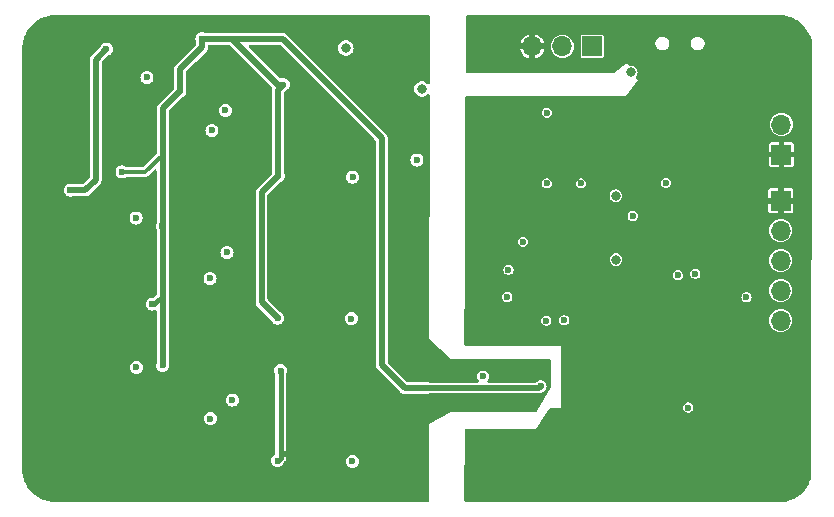
<source format=gbr>
%TF.GenerationSoftware,KiCad,Pcbnew,8.0.9-8.0.9-0~ubuntu24.04.1*%
%TF.CreationDate,2025-08-06T19:27:30-03:00*%
%TF.ProjectId,eeg,6565672e-6b69-4636-9164-5f7063625858,rev?*%
%TF.SameCoordinates,Original*%
%TF.FileFunction,Copper,L4,Bot*%
%TF.FilePolarity,Positive*%
%FSLAX46Y46*%
G04 Gerber Fmt 4.6, Leading zero omitted, Abs format (unit mm)*
G04 Created by KiCad (PCBNEW 8.0.9-8.0.9-0~ubuntu24.04.1) date 2025-08-06 19:27:30*
%MOMM*%
%LPD*%
G01*
G04 APERTURE LIST*
%TA.AperFunction,ComponentPad*%
%ADD10C,3.800000*%
%TD*%
%TA.AperFunction,ComponentPad*%
%ADD11R,1.700000X1.700000*%
%TD*%
%TA.AperFunction,ComponentPad*%
%ADD12O,1.700000X1.700000*%
%TD*%
%TA.AperFunction,ViaPad*%
%ADD13C,0.600000*%
%TD*%
%TA.AperFunction,ViaPad*%
%ADD14C,0.800000*%
%TD*%
%TA.AperFunction,Conductor*%
%ADD15C,0.500000*%
%TD*%
%TA.AperFunction,Conductor*%
%ADD16C,0.300000*%
%TD*%
%TA.AperFunction,Conductor*%
%ADD17C,0.400000*%
%TD*%
G04 APERTURE END LIST*
D10*
%TO.P,H3,1,1*%
%TO.N,GND*%
X207080000Y-55560000D03*
%TD*%
D11*
%TO.P,J4,1,Pin_1*%
%TO.N,MCU_RX*%
X191250000Y-55400000D03*
D12*
%TO.P,J4,2,Pin_2*%
%TO.N,MCU_TX*%
X188710000Y-55400000D03*
%TO.P,J4,3,Pin_3*%
%TO.N,GND*%
X186170000Y-55400000D03*
%TD*%
D10*
%TO.P,H1,1,1*%
%TO.N,GNDA*%
X145810000Y-55560000D03*
%TD*%
D11*
%TO.P,J1,1,Pin_1*%
%TO.N,GND*%
X207270000Y-64560000D03*
D12*
%TO.P,J1,2,Pin_2*%
%TO.N,VIN_SWT*%
X207270000Y-62020000D03*
%TD*%
D11*
%TO.P,J2,1,Pin_1*%
%TO.N,GND*%
X207210000Y-68465000D03*
D12*
%TO.P,J2,2,Pin_2*%
%TO.N,SWCLK*%
X207210000Y-71005000D03*
%TO.P,J2,3,Pin_3*%
%TO.N,SWDIO*%
X207210000Y-73545000D03*
%TO.P,J2,4,Pin_4*%
%TO.N,SWO*%
X207210000Y-76085000D03*
%TO.P,J2,5,Pin_5*%
%TO.N,VDD33*%
X207210000Y-78625000D03*
%TD*%
D10*
%TO.P,H2,1,1*%
%TO.N,GNDA*%
X145796000Y-91186000D03*
%TD*%
%TO.P,H4,1,1*%
%TO.N,GND*%
X207080000Y-91186000D03*
%TD*%
D13*
%TO.N,GND*%
X209000000Y-89000000D03*
X209000000Y-87500000D03*
X209000000Y-86000000D03*
X209000000Y-84500000D03*
X209000000Y-83000000D03*
X209000000Y-81500000D03*
X209000000Y-80000000D03*
X209000000Y-78500000D03*
X209000000Y-77000000D03*
X209000000Y-75500000D03*
X209000000Y-74000000D03*
X209000000Y-72500000D03*
X209000000Y-71000000D03*
X209000000Y-69500000D03*
X209000000Y-68000000D03*
X209000000Y-66500000D03*
X209000000Y-65000000D03*
X209000000Y-63500000D03*
X209000000Y-62000000D03*
X209000000Y-60500000D03*
X209000000Y-59000000D03*
X209000000Y-57500000D03*
X207500000Y-87500000D03*
X207500000Y-86000000D03*
X207500000Y-80000000D03*
X207500000Y-66500000D03*
X207500000Y-59000000D03*
X206000000Y-87500000D03*
X206000000Y-86000000D03*
X206000000Y-80000000D03*
X206000000Y-72500000D03*
X206000000Y-66500000D03*
X204500000Y-92000000D03*
X204500000Y-90500000D03*
X204500000Y-89000000D03*
X204500000Y-87500000D03*
X204500000Y-86000000D03*
X204500000Y-80000000D03*
X204500000Y-74000000D03*
X204500000Y-72500000D03*
X204500000Y-69500000D03*
X204500000Y-68000000D03*
X204500000Y-66500000D03*
X204500000Y-65000000D03*
X204500000Y-63500000D03*
X204500000Y-62000000D03*
X204500000Y-60500000D03*
X204500000Y-57500000D03*
X204500000Y-56000000D03*
X204500000Y-54500000D03*
X203000000Y-92000000D03*
X203000000Y-90500000D03*
X203000000Y-89000000D03*
X203000000Y-87500000D03*
X203000000Y-86000000D03*
X203000000Y-80000000D03*
X203000000Y-72500000D03*
X203000000Y-71000000D03*
X203000000Y-68000000D03*
X203000000Y-66500000D03*
X203000000Y-65000000D03*
X203000000Y-62000000D03*
X203000000Y-60500000D03*
X203000000Y-57500000D03*
X201500000Y-92000000D03*
X201500000Y-90500000D03*
X201500000Y-89000000D03*
X201500000Y-87500000D03*
X201500000Y-68000000D03*
X201500000Y-66500000D03*
X201500000Y-65000000D03*
X201500000Y-62000000D03*
X201500000Y-60500000D03*
X200000000Y-92000000D03*
X200000000Y-68000000D03*
X200000000Y-66500000D03*
X200000000Y-65000000D03*
X200000000Y-62000000D03*
X200000000Y-60500000D03*
X200000000Y-57500000D03*
X198500000Y-92000000D03*
X198500000Y-69500000D03*
X198500000Y-65000000D03*
X198500000Y-62000000D03*
X198500000Y-60500000D03*
X198500000Y-54500000D03*
X197000000Y-92000000D03*
X197000000Y-90500000D03*
X197000000Y-89000000D03*
X197000000Y-86000000D03*
X197000000Y-84500000D03*
X197000000Y-83000000D03*
X197000000Y-81500000D03*
X197000000Y-80000000D03*
X197000000Y-78500000D03*
X197000000Y-69500000D03*
X197000000Y-62000000D03*
X197000000Y-60500000D03*
X195500000Y-86000000D03*
X195500000Y-84500000D03*
X195500000Y-81500000D03*
X195500000Y-80000000D03*
X195500000Y-78500000D03*
X195500000Y-77000000D03*
X195500000Y-68000000D03*
X195500000Y-66500000D03*
X194000000Y-86000000D03*
X194000000Y-84500000D03*
X194000000Y-81500000D03*
X194000000Y-80000000D03*
X194000000Y-78500000D03*
X194000000Y-77000000D03*
X194000000Y-75500000D03*
X194000000Y-62000000D03*
X194000000Y-60500000D03*
X194000000Y-55540000D03*
X194000000Y-54040000D03*
X192500000Y-86000000D03*
X192500000Y-84500000D03*
X192500000Y-80000000D03*
X192500000Y-78500000D03*
X192500000Y-77000000D03*
X192500000Y-75500000D03*
X192500000Y-62000000D03*
X192500000Y-60500000D03*
X192500000Y-57040000D03*
X191000000Y-86000000D03*
X191000000Y-81500000D03*
X191000000Y-80000000D03*
X191000000Y-78500000D03*
X191000000Y-60500000D03*
X189500000Y-92000000D03*
X189500000Y-90500000D03*
X189500000Y-89000000D03*
X189500000Y-83000000D03*
X189500000Y-81500000D03*
X189500000Y-80000000D03*
X189500000Y-74000000D03*
X189500000Y-57040000D03*
X188000000Y-92000000D03*
X188000000Y-75500000D03*
X188000000Y-74000000D03*
X186500000Y-92000000D03*
X186500000Y-90500000D03*
X186500000Y-89000000D03*
X186500000Y-65000000D03*
X186500000Y-63500000D03*
X186500000Y-57040000D03*
X185000000Y-92000000D03*
X185000000Y-90500000D03*
X185000000Y-89000000D03*
X185000000Y-63500000D03*
X185000000Y-57040000D03*
X183500000Y-92000000D03*
X183500000Y-90500000D03*
X183500000Y-89000000D03*
X183500000Y-63500000D03*
X183500000Y-62000000D03*
X183500000Y-60500000D03*
X183500000Y-57040000D03*
X183500000Y-55540000D03*
X183500000Y-54040000D03*
X182000000Y-92000000D03*
X182000000Y-75500000D03*
X182000000Y-74000000D03*
X182000000Y-72500000D03*
X182000000Y-71000000D03*
X182000000Y-69500000D03*
X182000000Y-68000000D03*
X182000000Y-63500000D03*
X182000000Y-57040000D03*
X182000000Y-55540000D03*
X182000000Y-54040000D03*
%TO.N,VDD33*%
X197490000Y-66950000D03*
X185380000Y-71930000D03*
%TO.N,SWO*%
X194680000Y-69760000D03*
X204300000Y-76640000D03*
%TO.N,VDD33*%
X199380000Y-85980000D03*
D14*
X193260000Y-73450000D03*
X193250000Y-68040000D03*
D13*
%TO.N,GND*%
X195060000Y-83270000D03*
D14*
X181230000Y-89310000D03*
D13*
%TO.N,RESET*%
X187400000Y-61005000D03*
X188881000Y-78581000D03*
%TO.N,BOOT*%
X190290000Y-67000000D03*
X187390000Y-67000000D03*
%TO.N,VREF*%
X154860000Y-70610000D03*
X158210000Y-54760000D03*
X151440000Y-66030000D03*
X165080000Y-58640000D03*
X153990000Y-77220000D03*
X156337000Y-59182000D03*
X150114000Y-55626000D03*
X164620000Y-90470000D03*
X154880000Y-82410000D03*
X147066000Y-67564000D03*
X186875331Y-84175331D03*
X164660000Y-66350000D03*
X164610000Y-78410000D03*
X164860000Y-82850000D03*
%TO.N,VDDA33*%
X159040000Y-62520000D03*
X160180000Y-60830000D03*
X160320000Y-72840000D03*
X158890000Y-75050000D03*
X182010000Y-83350000D03*
X170930000Y-90530000D03*
X152630000Y-69930000D03*
D14*
X170380000Y-55540000D03*
D13*
X152660000Y-82570000D03*
X170960000Y-66470000D03*
X160770000Y-85340000D03*
X153540000Y-58020000D03*
X170860000Y-78460000D03*
X158910000Y-86930000D03*
%TO.N,VDD33*%
X187360000Y-78630000D03*
X184150000Y-74320000D03*
X184060000Y-76610000D03*
D14*
%TO.N,VIN_BAT*%
X176830000Y-59000000D03*
X194560000Y-57600000D03*
D13*
X176403000Y-65024000D03*
%TO.N,GNDA*%
X150020000Y-81440000D03*
X168530000Y-63150000D03*
X165800000Y-81600000D03*
X175420000Y-53500000D03*
X158380000Y-76650000D03*
X170340000Y-53500000D03*
X152560000Y-53500000D03*
X160180000Y-53500000D03*
X167800000Y-53500000D03*
X168270000Y-75210000D03*
X175700000Y-82800000D03*
X153280000Y-73590000D03*
X150020000Y-89060000D03*
X172880000Y-58580000D03*
X150020000Y-53500000D03*
X172880000Y-53500000D03*
X175420000Y-76360000D03*
X165860000Y-61740000D03*
X181910000Y-82240000D03*
X165660000Y-79060000D03*
X167800000Y-61120000D03*
X152560000Y-91600000D03*
X162720000Y-53500000D03*
X175420000Y-71280000D03*
X165710000Y-67300000D03*
X169300000Y-79300000D03*
X150020000Y-68740000D03*
X164620000Y-74225000D03*
X155360000Y-89570000D03*
X175420000Y-73820000D03*
X173780000Y-90060000D03*
X175420000Y-78900000D03*
X160020000Y-56250000D03*
D14*
X176670000Y-89320000D03*
D13*
X175420000Y-91600000D03*
X150020000Y-78900000D03*
X165350000Y-89890000D03*
X175420000Y-68740000D03*
X162720000Y-86520000D03*
X177960000Y-81440000D03*
X172880000Y-91600000D03*
X150020000Y-91600000D03*
X168460000Y-87260000D03*
X165880000Y-69500000D03*
X158330000Y-64640000D03*
X165260000Y-53500000D03*
X177960000Y-86520000D03*
X158410000Y-88420000D03*
%TO.N,VCAP*%
X198500000Y-74770000D03*
X199972000Y-74660000D03*
%TO.N,GNDA*%
X174000000Y-88000000D03*
X172000000Y-70000000D03*
X172000000Y-68000000D03*
X170000000Y-92000000D03*
X170000000Y-82000000D03*
X170000000Y-70000000D03*
X170000000Y-68000000D03*
X170000000Y-58000000D03*
X166000000Y-86000000D03*
X166000000Y-66000000D03*
X164000000Y-86000000D03*
X162000000Y-74000000D03*
X158000000Y-80000000D03*
X158000000Y-68000000D03*
X156000000Y-80000000D03*
X156000000Y-78000000D03*
X156000000Y-68000000D03*
X156000000Y-66000000D03*
X152000000Y-90000000D03*
X152000000Y-68000000D03*
X150000000Y-70000000D03*
X148000000Y-88000000D03*
X148000000Y-82000000D03*
X148000000Y-80000000D03*
X148000000Y-78000000D03*
X148000000Y-76000000D03*
X148000000Y-70000000D03*
X148000000Y-66000000D03*
X148000000Y-64000000D03*
X148000000Y-58000000D03*
X148000000Y-54000000D03*
%TO.N,GND*%
X206000000Y-84000000D03*
X206000000Y-82000000D03*
X206000000Y-70000000D03*
X204000000Y-84000000D03*
X204000000Y-82000000D03*
X200000000Y-54000000D03*
X196000000Y-54000000D03*
X192000000Y-54000000D03*
X190000000Y-76000000D03*
X190000000Y-64000000D03*
X190000000Y-54000000D03*
X188000000Y-54000000D03*
X186000000Y-54000000D03*
X182140000Y-88510000D03*
%TD*%
D15*
%TO.N,VREF*%
X165080000Y-58640000D02*
X164660000Y-58640000D01*
X148336000Y-67564000D02*
X147066000Y-67564000D01*
X175390000Y-84330000D02*
X173420000Y-82360000D01*
X164610000Y-78410000D02*
X163250000Y-77050000D01*
X164660000Y-66350000D02*
X164660000Y-59060000D01*
X149225000Y-56515000D02*
X149225000Y-66675000D01*
X186875331Y-84175331D02*
X186720662Y-84330000D01*
D16*
X154860000Y-70610000D02*
X154870000Y-70600000D01*
D15*
X156337000Y-59182000D02*
X156337000Y-57343000D01*
X164660000Y-58640000D02*
X160780000Y-54760000D01*
X158210000Y-55470000D02*
X158210000Y-54760000D01*
X150114000Y-55626000D02*
X149225000Y-56515000D01*
D16*
X151440000Y-66030000D02*
X153410000Y-66030000D01*
X154870000Y-64570000D02*
X154870000Y-64120000D01*
D15*
X163250000Y-67760000D02*
X164660000Y-66350000D01*
D17*
X154880000Y-70630000D02*
X154860000Y-70610000D01*
D15*
X156337000Y-57343000D02*
X158210000Y-55470000D01*
X160780000Y-54760000D02*
X158210000Y-54760000D01*
X154880000Y-82410000D02*
X154880000Y-76520000D01*
D17*
X164860000Y-90230000D02*
X164620000Y-90470000D01*
D15*
X173420000Y-82360000D02*
X173420000Y-63150000D01*
X163250000Y-77050000D02*
X163250000Y-67760000D01*
X149225000Y-66675000D02*
X148336000Y-67564000D01*
X156337000Y-59182000D02*
X154870000Y-60649000D01*
X154870000Y-60649000D02*
X154870000Y-64120000D01*
D17*
X154170000Y-77220000D02*
X154870000Y-76520000D01*
D15*
X154880000Y-76520000D02*
X154880000Y-70630000D01*
X164660000Y-59060000D02*
X165080000Y-58640000D01*
X186720662Y-84330000D02*
X175390000Y-84330000D01*
D17*
X153990000Y-77220000D02*
X154170000Y-77220000D01*
D15*
X154870000Y-70600000D02*
X154870000Y-64120000D01*
X165030000Y-54760000D02*
X158210000Y-54760000D01*
X173420000Y-63150000D02*
X165030000Y-54760000D01*
D16*
X153410000Y-66030000D02*
X154870000Y-64570000D01*
D17*
X164860000Y-82850000D02*
X164860000Y-90230000D01*
X154870000Y-76520000D02*
X154880000Y-76520000D01*
%TD*%
%TA.AperFunction,Conductor*%
%TO.N,GNDA*%
G36*
X179300524Y-86352105D02*
G01*
X177415479Y-87339509D01*
X177418501Y-86350052D01*
X179300524Y-86352105D01*
G37*
%TD.AperFunction*%
%TD*%
%TA.AperFunction,Conductor*%
%TO.N,GND*%
G36*
X207083471Y-52740695D02*
G01*
X207125848Y-52743074D01*
X207388738Y-52757837D01*
X207402541Y-52759393D01*
X207700530Y-52810024D01*
X207714087Y-52813118D01*
X208004533Y-52896794D01*
X208017657Y-52901387D01*
X208296899Y-53017052D01*
X208309421Y-53023081D01*
X208512943Y-53135564D01*
X208573968Y-53169292D01*
X208585742Y-53176690D01*
X208832248Y-53351595D01*
X208843120Y-53360265D01*
X209068495Y-53561671D01*
X209078328Y-53571504D01*
X209279734Y-53796879D01*
X209288404Y-53807751D01*
X209463309Y-54054257D01*
X209470707Y-54066031D01*
X209616914Y-54330571D01*
X209622947Y-54343100D01*
X209738612Y-54622342D01*
X209743205Y-54635466D01*
X209826881Y-54925912D01*
X209829975Y-54939469D01*
X209867280Y-55159029D01*
X209869031Y-55180177D01*
X209757085Y-91996626D01*
X209752240Y-92030576D01*
X209729206Y-92110530D01*
X209724613Y-92123656D01*
X209608947Y-92402900D01*
X209602914Y-92415428D01*
X209456707Y-92679968D01*
X209449309Y-92691742D01*
X209274404Y-92938248D01*
X209265734Y-92949120D01*
X209064328Y-93174495D01*
X209054495Y-93184328D01*
X208829120Y-93385734D01*
X208818248Y-93394404D01*
X208571742Y-93569309D01*
X208559968Y-93576707D01*
X208295428Y-93722914D01*
X208282899Y-93728947D01*
X208003657Y-93844612D01*
X207990533Y-93849205D01*
X207700087Y-93932881D01*
X207686530Y-93935975D01*
X207388549Y-93986605D01*
X207374730Y-93988162D01*
X207069472Y-94005304D01*
X207062500Y-94005499D01*
X180545355Y-94001171D01*
X180478319Y-93981475D01*
X180432572Y-93928664D01*
X180421377Y-93876799D01*
X180439621Y-87911849D01*
X180459510Y-87844871D01*
X180512454Y-87799278D01*
X180563820Y-87788229D01*
X186520000Y-87798026D01*
X187435019Y-86372864D01*
X187613400Y-86095032D01*
X187666184Y-86049254D01*
X187717745Y-86038026D01*
X188600000Y-86038026D01*
X188600000Y-85980000D01*
X198948104Y-85980000D01*
X198965598Y-86101678D01*
X198965599Y-86101682D01*
X199016665Y-86213499D01*
X199016666Y-86213501D01*
X199097168Y-86306405D01*
X199200584Y-86372866D01*
X199318535Y-86407500D01*
X199441465Y-86407500D01*
X199559416Y-86372866D01*
X199662832Y-86306405D01*
X199743334Y-86213501D01*
X199794401Y-86101679D01*
X199811896Y-85980000D01*
X199794401Y-85858321D01*
X199794400Y-85858317D01*
X199743334Y-85746500D01*
X199743334Y-85746499D01*
X199662832Y-85653595D01*
X199559416Y-85587134D01*
X199441465Y-85552500D01*
X199318535Y-85552500D01*
X199200584Y-85587134D01*
X199200582Y-85587134D01*
X199200582Y-85587135D01*
X199097169Y-85653594D01*
X199016667Y-85746497D01*
X199016665Y-85746500D01*
X198965599Y-85858317D01*
X198965598Y-85858321D01*
X198948104Y-85980000D01*
X188600000Y-85980000D01*
X188600000Y-80767026D01*
X188599999Y-80767025D01*
X180544712Y-80776873D01*
X180477648Y-80757270D01*
X180431829Y-80704522D01*
X180420561Y-80652315D01*
X180425350Y-79588356D01*
X180429663Y-78630000D01*
X186928104Y-78630000D01*
X186945598Y-78751678D01*
X186945599Y-78751682D01*
X186996665Y-78863499D01*
X186996666Y-78863501D01*
X187077168Y-78956405D01*
X187180584Y-79022866D01*
X187298535Y-79057500D01*
X187421465Y-79057500D01*
X187539416Y-79022866D01*
X187642832Y-78956405D01*
X187723334Y-78863501D01*
X187774401Y-78751679D01*
X187791896Y-78630000D01*
X187784851Y-78581000D01*
X188449104Y-78581000D01*
X188466598Y-78702678D01*
X188466599Y-78702682D01*
X188517665Y-78814499D01*
X188517666Y-78814501D01*
X188598168Y-78907405D01*
X188701584Y-78973866D01*
X188819535Y-79008500D01*
X188942465Y-79008500D01*
X189060416Y-78973866D01*
X189163832Y-78907405D01*
X189244334Y-78814501D01*
X189295401Y-78702679D01*
X189306570Y-78625000D01*
X206227770Y-78625000D01*
X206246643Y-78816626D01*
X206302538Y-79000884D01*
X206393302Y-79170692D01*
X206393306Y-79170699D01*
X206515458Y-79319541D01*
X206664300Y-79441693D01*
X206664307Y-79441697D01*
X206834115Y-79532461D01*
X206834117Y-79532462D01*
X207018376Y-79588357D01*
X207210000Y-79607230D01*
X207401624Y-79588357D01*
X207585883Y-79532462D01*
X207755698Y-79441694D01*
X207904541Y-79319541D01*
X208026694Y-79170698D01*
X208117462Y-79000883D01*
X208173357Y-78816624D01*
X208192230Y-78625000D01*
X208173357Y-78433376D01*
X208117462Y-78249117D01*
X208117461Y-78249115D01*
X208026697Y-78079307D01*
X208026693Y-78079300D01*
X207904541Y-77930458D01*
X207755699Y-77808306D01*
X207755692Y-77808302D01*
X207585884Y-77717538D01*
X207401626Y-77661643D01*
X207210000Y-77642770D01*
X207018373Y-77661643D01*
X206834115Y-77717538D01*
X206664307Y-77808302D01*
X206664300Y-77808306D01*
X206515458Y-77930458D01*
X206393306Y-78079300D01*
X206393302Y-78079307D01*
X206302538Y-78249115D01*
X206246643Y-78433373D01*
X206227770Y-78625000D01*
X189306570Y-78625000D01*
X189312896Y-78581000D01*
X189295401Y-78459321D01*
X189295400Y-78459317D01*
X189244334Y-78347500D01*
X189244334Y-78347499D01*
X189163832Y-78254595D01*
X189060416Y-78188134D01*
X188942465Y-78153500D01*
X188819535Y-78153500D01*
X188701584Y-78188134D01*
X188701582Y-78188134D01*
X188701582Y-78188135D01*
X188598169Y-78254594D01*
X188517667Y-78347497D01*
X188517665Y-78347500D01*
X188466599Y-78459317D01*
X188466598Y-78459321D01*
X188449104Y-78581000D01*
X187784851Y-78581000D01*
X187774401Y-78508321D01*
X187774400Y-78508317D01*
X187723334Y-78396500D01*
X187723334Y-78396499D01*
X187642832Y-78303595D01*
X187539416Y-78237134D01*
X187421465Y-78202500D01*
X187298535Y-78202500D01*
X187180584Y-78237134D01*
X187180582Y-78237134D01*
X187180582Y-78237135D01*
X187077169Y-78303594D01*
X186996667Y-78396497D01*
X186996665Y-78396500D01*
X186945599Y-78508317D01*
X186945598Y-78508321D01*
X186928104Y-78630000D01*
X180429663Y-78630000D01*
X180438755Y-76610000D01*
X183628104Y-76610000D01*
X183645598Y-76731678D01*
X183645599Y-76731682D01*
X183696665Y-76843499D01*
X183696666Y-76843501D01*
X183777168Y-76936405D01*
X183880584Y-77002866D01*
X183998535Y-77037500D01*
X184121465Y-77037500D01*
X184239416Y-77002866D01*
X184342832Y-76936405D01*
X184423334Y-76843501D01*
X184474401Y-76731679D01*
X184487583Y-76640000D01*
X203868104Y-76640000D01*
X203885598Y-76761678D01*
X203885599Y-76761682D01*
X203922966Y-76843502D01*
X203936666Y-76873501D01*
X204017168Y-76966405D01*
X204120584Y-77032866D01*
X204238535Y-77067500D01*
X204361465Y-77067500D01*
X204479416Y-77032866D01*
X204582832Y-76966405D01*
X204663334Y-76873501D01*
X204714401Y-76761679D01*
X204731896Y-76640000D01*
X204714401Y-76518321D01*
X204714400Y-76518317D01*
X204663334Y-76406500D01*
X204663334Y-76406499D01*
X204582832Y-76313595D01*
X204479416Y-76247134D01*
X204361465Y-76212500D01*
X204238535Y-76212500D01*
X204120584Y-76247134D01*
X204120582Y-76247134D01*
X204120582Y-76247135D01*
X204017169Y-76313594D01*
X203936667Y-76406497D01*
X203936665Y-76406500D01*
X203885599Y-76518317D01*
X203885598Y-76518321D01*
X203868104Y-76640000D01*
X184487583Y-76640000D01*
X184491896Y-76610000D01*
X184474401Y-76488321D01*
X184474400Y-76488317D01*
X184437034Y-76406499D01*
X184423334Y-76376499D01*
X184342832Y-76283595D01*
X184239416Y-76217134D01*
X184121465Y-76182500D01*
X183998535Y-76182500D01*
X183880584Y-76217134D01*
X183880582Y-76217134D01*
X183880582Y-76217135D01*
X183777169Y-76283594D01*
X183696667Y-76376497D01*
X183696665Y-76376500D01*
X183645599Y-76488317D01*
X183645598Y-76488321D01*
X183628104Y-76610000D01*
X180438755Y-76610000D01*
X180441118Y-76085000D01*
X206227770Y-76085000D01*
X206246643Y-76276626D01*
X206302538Y-76460884D01*
X206393302Y-76630692D01*
X206393306Y-76630699D01*
X206515458Y-76779541D01*
X206664300Y-76901693D01*
X206664307Y-76901697D01*
X206785368Y-76966405D01*
X206834117Y-76992462D01*
X207018376Y-77048357D01*
X207210000Y-77067230D01*
X207401624Y-77048357D01*
X207585883Y-76992462D01*
X207755698Y-76901694D01*
X207904541Y-76779541D01*
X208026694Y-76630698D01*
X208117462Y-76460883D01*
X208173357Y-76276624D01*
X208192230Y-76085000D01*
X208173357Y-75893376D01*
X208117462Y-75709117D01*
X208026694Y-75539302D01*
X208026693Y-75539300D01*
X207904541Y-75390458D01*
X207755699Y-75268306D01*
X207755692Y-75268302D01*
X207585884Y-75177538D01*
X207401626Y-75121643D01*
X207210000Y-75102770D01*
X207018373Y-75121643D01*
X206834115Y-75177538D01*
X206664307Y-75268302D01*
X206664300Y-75268306D01*
X206515458Y-75390458D01*
X206393306Y-75539300D01*
X206393302Y-75539307D01*
X206302538Y-75709115D01*
X206246643Y-75893373D01*
X206227770Y-76085000D01*
X180441118Y-76085000D01*
X180447037Y-74770000D01*
X198068104Y-74770000D01*
X198085598Y-74891678D01*
X198085599Y-74891682D01*
X198136665Y-75003499D01*
X198136666Y-75003501D01*
X198217168Y-75096405D01*
X198320584Y-75162866D01*
X198438535Y-75197500D01*
X198561465Y-75197500D01*
X198679416Y-75162866D01*
X198782832Y-75096405D01*
X198863334Y-75003501D01*
X198899676Y-74923922D01*
X198914400Y-74891682D01*
X198914401Y-74891678D01*
X198931896Y-74770000D01*
X198916080Y-74660000D01*
X199540104Y-74660000D01*
X199557598Y-74781678D01*
X199557599Y-74781682D01*
X199607833Y-74891678D01*
X199608666Y-74893501D01*
X199689168Y-74986405D01*
X199792584Y-75052866D01*
X199910535Y-75087500D01*
X200033465Y-75087500D01*
X200151416Y-75052866D01*
X200254832Y-74986405D01*
X200335334Y-74893501D01*
X200386401Y-74781679D01*
X200403896Y-74660000D01*
X200386401Y-74538321D01*
X200386400Y-74538317D01*
X200335334Y-74426500D01*
X200335334Y-74426499D01*
X200254832Y-74333595D01*
X200151416Y-74267134D01*
X200033465Y-74232500D01*
X199910535Y-74232500D01*
X199792584Y-74267134D01*
X199792582Y-74267134D01*
X199792582Y-74267135D01*
X199689169Y-74333594D01*
X199608667Y-74426497D01*
X199608665Y-74426500D01*
X199557599Y-74538317D01*
X199557598Y-74538321D01*
X199540104Y-74660000D01*
X198916080Y-74660000D01*
X198914401Y-74648321D01*
X198914400Y-74648317D01*
X198871098Y-74553501D01*
X198863334Y-74536499D01*
X198782832Y-74443595D01*
X198679416Y-74377134D01*
X198561465Y-74342500D01*
X198438535Y-74342500D01*
X198320584Y-74377134D01*
X198320582Y-74377134D01*
X198320582Y-74377135D01*
X198217169Y-74443594D01*
X198136667Y-74536497D01*
X198136665Y-74536500D01*
X198085599Y-74648317D01*
X198085598Y-74648321D01*
X198068104Y-74770000D01*
X180447037Y-74770000D01*
X180449062Y-74320000D01*
X183718104Y-74320000D01*
X183735598Y-74441678D01*
X183735599Y-74441682D01*
X183786665Y-74553499D01*
X183786666Y-74553501D01*
X183867168Y-74646405D01*
X183970584Y-74712866D01*
X184088535Y-74747500D01*
X184211465Y-74747500D01*
X184329416Y-74712866D01*
X184432832Y-74646405D01*
X184513334Y-74553501D01*
X184563526Y-74443595D01*
X184564400Y-74441682D01*
X184564401Y-74441678D01*
X184566583Y-74426500D01*
X184581896Y-74320000D01*
X184564401Y-74198321D01*
X184564400Y-74198317D01*
X184515252Y-74090699D01*
X184513334Y-74086499D01*
X184432832Y-73993595D01*
X184329416Y-73927134D01*
X184211465Y-73892500D01*
X184088535Y-73892500D01*
X183970584Y-73927134D01*
X183970582Y-73927134D01*
X183970582Y-73927135D01*
X183867169Y-73993594D01*
X183786667Y-74086497D01*
X183786665Y-74086500D01*
X183735599Y-74198317D01*
X183735598Y-74198321D01*
X183718104Y-74320000D01*
X180449062Y-74320000D01*
X180452978Y-73449998D01*
X192727948Y-73449998D01*
X192727948Y-73450001D01*
X192746076Y-73587703D01*
X192746078Y-73587708D01*
X192799227Y-73716023D01*
X192799228Y-73716025D01*
X192799229Y-73716026D01*
X192883782Y-73826218D01*
X192993974Y-73910771D01*
X192993975Y-73910771D01*
X192993976Y-73910772D01*
X193018389Y-73920884D01*
X193122295Y-73963923D01*
X193191147Y-73972987D01*
X193259999Y-73982052D01*
X193260000Y-73982052D01*
X193260001Y-73982052D01*
X193305901Y-73976009D01*
X193397705Y-73963923D01*
X193526026Y-73910771D01*
X193636218Y-73826218D01*
X193720771Y-73716026D01*
X193773923Y-73587705D01*
X193779545Y-73545000D01*
X206227770Y-73545000D01*
X206246643Y-73736626D01*
X206302538Y-73920884D01*
X206393302Y-74090692D01*
X206393306Y-74090699D01*
X206515458Y-74239541D01*
X206664300Y-74361693D01*
X206664307Y-74361697D01*
X206813943Y-74441679D01*
X206834117Y-74452462D01*
X207018376Y-74508357D01*
X207210000Y-74527230D01*
X207401624Y-74508357D01*
X207585883Y-74452462D01*
X207755698Y-74361694D01*
X207904541Y-74239541D01*
X208026694Y-74090698D01*
X208117462Y-73920883D01*
X208173357Y-73736624D01*
X208192230Y-73545000D01*
X208173357Y-73353376D01*
X208117462Y-73169117D01*
X208117461Y-73169115D01*
X208026697Y-72999307D01*
X208026693Y-72999300D01*
X207904541Y-72850458D01*
X207755699Y-72728306D01*
X207755692Y-72728302D01*
X207585884Y-72637538D01*
X207401626Y-72581643D01*
X207210000Y-72562770D01*
X207018373Y-72581643D01*
X206834115Y-72637538D01*
X206664307Y-72728302D01*
X206664300Y-72728306D01*
X206515458Y-72850458D01*
X206393306Y-72999300D01*
X206393302Y-72999307D01*
X206302538Y-73169115D01*
X206246643Y-73353373D01*
X206227770Y-73545000D01*
X193779545Y-73545000D01*
X193792052Y-73450000D01*
X193773923Y-73312295D01*
X193720771Y-73183974D01*
X193636218Y-73073782D01*
X193526026Y-72989229D01*
X193526025Y-72989228D01*
X193526023Y-72989227D01*
X193397708Y-72936078D01*
X193397703Y-72936076D01*
X193260001Y-72917948D01*
X193259999Y-72917948D01*
X193122296Y-72936076D01*
X193122291Y-72936078D01*
X192993976Y-72989227D01*
X192883782Y-73073782D01*
X192799227Y-73183976D01*
X192746078Y-73312291D01*
X192746076Y-73312296D01*
X192727948Y-73449998D01*
X180452978Y-73449998D01*
X180459819Y-71930000D01*
X184948104Y-71930000D01*
X184965598Y-72051678D01*
X184965599Y-72051682D01*
X185016665Y-72163499D01*
X185016666Y-72163501D01*
X185097168Y-72256405D01*
X185200584Y-72322866D01*
X185318535Y-72357500D01*
X185441465Y-72357500D01*
X185559416Y-72322866D01*
X185662832Y-72256405D01*
X185743334Y-72163501D01*
X185794401Y-72051679D01*
X185811896Y-71930000D01*
X185794401Y-71808321D01*
X185794400Y-71808317D01*
X185743334Y-71696500D01*
X185743334Y-71696499D01*
X185662832Y-71603595D01*
X185559416Y-71537134D01*
X185441465Y-71502500D01*
X185318535Y-71502500D01*
X185200584Y-71537134D01*
X185200582Y-71537134D01*
X185200582Y-71537135D01*
X185097169Y-71603594D01*
X185016667Y-71696497D01*
X185016665Y-71696500D01*
X184965599Y-71808317D01*
X184965598Y-71808321D01*
X184948104Y-71930000D01*
X180459819Y-71930000D01*
X180463982Y-71005000D01*
X206227770Y-71005000D01*
X206246643Y-71196626D01*
X206302538Y-71380884D01*
X206393302Y-71550692D01*
X206393306Y-71550699D01*
X206515458Y-71699541D01*
X206664300Y-71821693D01*
X206664307Y-71821697D01*
X206834115Y-71912461D01*
X206834117Y-71912462D01*
X207018376Y-71968357D01*
X207210000Y-71987230D01*
X207401624Y-71968357D01*
X207585883Y-71912462D01*
X207755698Y-71821694D01*
X207904541Y-71699541D01*
X208026694Y-71550698D01*
X208117462Y-71380883D01*
X208173357Y-71196624D01*
X208192230Y-71005000D01*
X208173357Y-70813376D01*
X208117462Y-70629117D01*
X208026694Y-70459302D01*
X208026693Y-70459300D01*
X207904541Y-70310458D01*
X207755699Y-70188306D01*
X207755692Y-70188302D01*
X207585884Y-70097538D01*
X207401626Y-70041643D01*
X207210000Y-70022770D01*
X207018373Y-70041643D01*
X206834115Y-70097538D01*
X206664307Y-70188302D01*
X206664300Y-70188306D01*
X206515458Y-70310458D01*
X206393306Y-70459300D01*
X206393302Y-70459307D01*
X206302538Y-70629115D01*
X206246643Y-70813373D01*
X206227770Y-71005000D01*
X180463982Y-71005000D01*
X180469586Y-69760000D01*
X194248104Y-69760000D01*
X194265598Y-69881678D01*
X194265599Y-69881682D01*
X194316665Y-69993499D01*
X194316666Y-69993501D01*
X194397168Y-70086405D01*
X194500584Y-70152866D01*
X194618535Y-70187500D01*
X194741465Y-70187500D01*
X194859416Y-70152866D01*
X194962832Y-70086405D01*
X195043334Y-69993501D01*
X195094401Y-69881679D01*
X195111896Y-69760000D01*
X195094401Y-69638321D01*
X195094400Y-69638317D01*
X195043334Y-69526500D01*
X195043334Y-69526499D01*
X194962832Y-69433595D01*
X194859416Y-69367134D01*
X194741465Y-69332500D01*
X194618535Y-69332500D01*
X194500584Y-69367134D01*
X194500582Y-69367134D01*
X194500582Y-69367135D01*
X194397169Y-69433594D01*
X194316667Y-69526497D01*
X194316665Y-69526500D01*
X194265599Y-69638317D01*
X194265598Y-69638321D01*
X194248104Y-69760000D01*
X180469586Y-69760000D01*
X180477327Y-68039998D01*
X192717948Y-68039998D01*
X192717948Y-68040001D01*
X192736076Y-68177703D01*
X192736078Y-68177708D01*
X192789227Y-68306023D01*
X192789228Y-68306025D01*
X192789229Y-68306026D01*
X192873782Y-68416218D01*
X192983974Y-68500771D01*
X193112295Y-68553923D01*
X193181147Y-68562987D01*
X193249999Y-68572052D01*
X193250000Y-68572052D01*
X193250001Y-68572052D01*
X193295901Y-68566009D01*
X193387705Y-68553923D01*
X193516026Y-68500771D01*
X193626218Y-68416218D01*
X193710771Y-68306026D01*
X193763923Y-68177705D01*
X193782052Y-68040000D01*
X193763923Y-67902295D01*
X193710771Y-67773974D01*
X193626218Y-67663782D01*
X193536966Y-67595297D01*
X206160000Y-67595297D01*
X206160000Y-68215000D01*
X206776988Y-68215000D01*
X206744075Y-68272007D01*
X206710000Y-68399174D01*
X206710000Y-68530826D01*
X206744075Y-68657993D01*
X206776988Y-68715000D01*
X206160000Y-68715000D01*
X206160000Y-69334702D01*
X206171602Y-69393033D01*
X206171603Y-69393034D01*
X206215808Y-69459191D01*
X206281965Y-69503396D01*
X206281966Y-69503397D01*
X206340297Y-69514999D01*
X206340301Y-69515000D01*
X206960000Y-69515000D01*
X206960000Y-68898012D01*
X207017007Y-68930925D01*
X207144174Y-68965000D01*
X207275826Y-68965000D01*
X207402993Y-68930925D01*
X207460000Y-68898012D01*
X207460000Y-69515000D01*
X208079699Y-69515000D01*
X208079702Y-69514999D01*
X208138033Y-69503397D01*
X208138034Y-69503396D01*
X208204191Y-69459191D01*
X208248396Y-69393034D01*
X208248397Y-69393033D01*
X208259999Y-69334702D01*
X208260000Y-69334699D01*
X208260000Y-68715000D01*
X207643012Y-68715000D01*
X207675925Y-68657993D01*
X207710000Y-68530826D01*
X207710000Y-68399174D01*
X207675925Y-68272007D01*
X207643012Y-68215000D01*
X208260000Y-68215000D01*
X208260000Y-67595301D01*
X208259999Y-67595297D01*
X208248397Y-67536966D01*
X208248396Y-67536965D01*
X208204191Y-67470808D01*
X208138034Y-67426603D01*
X208138033Y-67426602D01*
X208079702Y-67415000D01*
X207460000Y-67415000D01*
X207460000Y-68031988D01*
X207402993Y-67999075D01*
X207275826Y-67965000D01*
X207144174Y-67965000D01*
X207017007Y-67999075D01*
X206960000Y-68031988D01*
X206960000Y-67415000D01*
X206340297Y-67415000D01*
X206281966Y-67426602D01*
X206281965Y-67426603D01*
X206215808Y-67470808D01*
X206171603Y-67536965D01*
X206171602Y-67536966D01*
X206160000Y-67595297D01*
X193536966Y-67595297D01*
X193516026Y-67579229D01*
X193516025Y-67579228D01*
X193516023Y-67579227D01*
X193387708Y-67526078D01*
X193387703Y-67526076D01*
X193250001Y-67507948D01*
X193249999Y-67507948D01*
X193112296Y-67526076D01*
X193112291Y-67526078D01*
X192983976Y-67579227D01*
X192873782Y-67663782D01*
X192789227Y-67773976D01*
X192736078Y-67902291D01*
X192736076Y-67902296D01*
X192717948Y-68039998D01*
X180477327Y-68039998D01*
X180482008Y-67000000D01*
X186958104Y-67000000D01*
X186975598Y-67121678D01*
X186975599Y-67121682D01*
X187003832Y-67183502D01*
X187026666Y-67233501D01*
X187107168Y-67326405D01*
X187210584Y-67392866D01*
X187328535Y-67427500D01*
X187451465Y-67427500D01*
X187569416Y-67392866D01*
X187672832Y-67326405D01*
X187753334Y-67233501D01*
X187804401Y-67121679D01*
X187821896Y-67000000D01*
X189858104Y-67000000D01*
X189875598Y-67121678D01*
X189875599Y-67121682D01*
X189903832Y-67183502D01*
X189926666Y-67233501D01*
X190007168Y-67326405D01*
X190110584Y-67392866D01*
X190228535Y-67427500D01*
X190351465Y-67427500D01*
X190469416Y-67392866D01*
X190572832Y-67326405D01*
X190653334Y-67233501D01*
X190704401Y-67121679D01*
X190721896Y-67000000D01*
X190714707Y-66950000D01*
X197058104Y-66950000D01*
X197075598Y-67071678D01*
X197075599Y-67071682D01*
X197098434Y-67121682D01*
X197126666Y-67183501D01*
X197207168Y-67276405D01*
X197310584Y-67342866D01*
X197428535Y-67377500D01*
X197551465Y-67377500D01*
X197669416Y-67342866D01*
X197772832Y-67276405D01*
X197853334Y-67183501D01*
X197904401Y-67071679D01*
X197921896Y-66950000D01*
X197904401Y-66828321D01*
X197904400Y-66828317D01*
X197853334Y-66716500D01*
X197853334Y-66716499D01*
X197772832Y-66623595D01*
X197669416Y-66557134D01*
X197551465Y-66522500D01*
X197428535Y-66522500D01*
X197310584Y-66557134D01*
X197310582Y-66557134D01*
X197310582Y-66557135D01*
X197207169Y-66623594D01*
X197126667Y-66716497D01*
X197126665Y-66716500D01*
X197075599Y-66828317D01*
X197075598Y-66828321D01*
X197058104Y-66950000D01*
X190714707Y-66950000D01*
X190704401Y-66878321D01*
X190704400Y-66878317D01*
X190653334Y-66766500D01*
X190653334Y-66766499D01*
X190572832Y-66673595D01*
X190469416Y-66607134D01*
X190351465Y-66572500D01*
X190228535Y-66572500D01*
X190110584Y-66607134D01*
X190110582Y-66607134D01*
X190110582Y-66607135D01*
X190007169Y-66673594D01*
X189926667Y-66766497D01*
X189926665Y-66766500D01*
X189875599Y-66878317D01*
X189875598Y-66878321D01*
X189858104Y-67000000D01*
X187821896Y-67000000D01*
X187804401Y-66878321D01*
X187804400Y-66878317D01*
X187753334Y-66766500D01*
X187753334Y-66766499D01*
X187672832Y-66673595D01*
X187569416Y-66607134D01*
X187451465Y-66572500D01*
X187328535Y-66572500D01*
X187210584Y-66607134D01*
X187210582Y-66607134D01*
X187210582Y-66607135D01*
X187107169Y-66673594D01*
X187026667Y-66766497D01*
X187026665Y-66766500D01*
X186975599Y-66878317D01*
X186975598Y-66878321D01*
X186958104Y-67000000D01*
X180482008Y-67000000D01*
X180496904Y-63690297D01*
X206220000Y-63690297D01*
X206220000Y-64310000D01*
X206836988Y-64310000D01*
X206804075Y-64367007D01*
X206770000Y-64494174D01*
X206770000Y-64625826D01*
X206804075Y-64752993D01*
X206836988Y-64810000D01*
X206220000Y-64810000D01*
X206220000Y-65429702D01*
X206231602Y-65488033D01*
X206231603Y-65488034D01*
X206275808Y-65554191D01*
X206341965Y-65598396D01*
X206341966Y-65598397D01*
X206400297Y-65609999D01*
X206400301Y-65610000D01*
X207020000Y-65610000D01*
X207020000Y-64993012D01*
X207077007Y-65025925D01*
X207204174Y-65060000D01*
X207335826Y-65060000D01*
X207462993Y-65025925D01*
X207520000Y-64993012D01*
X207520000Y-65610000D01*
X208139699Y-65610000D01*
X208139702Y-65609999D01*
X208198033Y-65598397D01*
X208198034Y-65598396D01*
X208264191Y-65554191D01*
X208308396Y-65488034D01*
X208308397Y-65488033D01*
X208319999Y-65429702D01*
X208320000Y-65429699D01*
X208320000Y-64810000D01*
X207703012Y-64810000D01*
X207735925Y-64752993D01*
X207770000Y-64625826D01*
X207770000Y-64494174D01*
X207735925Y-64367007D01*
X207703012Y-64310000D01*
X208320000Y-64310000D01*
X208320000Y-63690301D01*
X208319999Y-63690297D01*
X208308397Y-63631966D01*
X208308396Y-63631965D01*
X208264191Y-63565808D01*
X208198034Y-63521603D01*
X208198033Y-63521602D01*
X208139702Y-63510000D01*
X207520000Y-63510000D01*
X207520000Y-64126988D01*
X207462993Y-64094075D01*
X207335826Y-64060000D01*
X207204174Y-64060000D01*
X207077007Y-64094075D01*
X207020000Y-64126988D01*
X207020000Y-63510000D01*
X206400297Y-63510000D01*
X206341966Y-63521602D01*
X206341965Y-63521603D01*
X206275808Y-63565808D01*
X206231603Y-63631965D01*
X206231602Y-63631966D01*
X206220000Y-63690297D01*
X180496904Y-63690297D01*
X180504422Y-62020000D01*
X206287770Y-62020000D01*
X206306643Y-62211626D01*
X206362538Y-62395884D01*
X206453302Y-62565692D01*
X206453306Y-62565699D01*
X206575458Y-62714541D01*
X206724300Y-62836693D01*
X206724307Y-62836697D01*
X206894115Y-62927461D01*
X206894117Y-62927462D01*
X207078376Y-62983357D01*
X207270000Y-63002230D01*
X207461624Y-62983357D01*
X207645883Y-62927462D01*
X207815698Y-62836694D01*
X207964541Y-62714541D01*
X208086694Y-62565698D01*
X208177462Y-62395883D01*
X208233357Y-62211624D01*
X208252230Y-62020000D01*
X208233357Y-61828376D01*
X208177462Y-61644117D01*
X208086694Y-61474302D01*
X208086693Y-61474300D01*
X207964541Y-61325458D01*
X207815699Y-61203306D01*
X207815692Y-61203302D01*
X207645884Y-61112538D01*
X207461626Y-61056643D01*
X207270000Y-61037770D01*
X207078373Y-61056643D01*
X206894115Y-61112538D01*
X206724307Y-61203302D01*
X206724300Y-61203306D01*
X206575458Y-61325458D01*
X206453306Y-61474300D01*
X206453302Y-61474307D01*
X206362538Y-61644115D01*
X206306643Y-61828373D01*
X206287770Y-62020000D01*
X180504422Y-62020000D01*
X180508990Y-61005000D01*
X186968104Y-61005000D01*
X186985598Y-61126678D01*
X186985599Y-61126682D01*
X187020591Y-61203302D01*
X187036666Y-61238501D01*
X187117168Y-61331405D01*
X187220584Y-61397866D01*
X187338535Y-61432500D01*
X187461465Y-61432500D01*
X187579416Y-61397866D01*
X187682832Y-61331405D01*
X187763334Y-61238501D01*
X187814401Y-61126679D01*
X187831896Y-61005000D01*
X187814401Y-60883321D01*
X187814400Y-60883317D01*
X187763334Y-60771500D01*
X187763334Y-60771499D01*
X187682832Y-60678595D01*
X187579416Y-60612134D01*
X187461465Y-60577500D01*
X187338535Y-60577500D01*
X187220584Y-60612134D01*
X187220582Y-60612134D01*
X187220582Y-60612135D01*
X187117169Y-60678594D01*
X187036667Y-60771497D01*
X187036665Y-60771500D01*
X186985599Y-60883317D01*
X186985598Y-60883321D01*
X186968104Y-61005000D01*
X180508990Y-61005000D01*
X180514934Y-59684399D01*
X180534919Y-59617454D01*
X180587929Y-59571937D01*
X180639469Y-59560964D01*
X194070000Y-59620000D01*
X195110000Y-58270000D01*
X195109999Y-58269999D01*
X195110000Y-58269998D01*
X194976455Y-58056040D01*
X194957657Y-57988747D01*
X194978225Y-57921973D01*
X194983271Y-57914897D01*
X195020771Y-57866026D01*
X195073923Y-57737705D01*
X195092052Y-57600000D01*
X195073923Y-57462295D01*
X195020771Y-57333974D01*
X194936218Y-57223782D01*
X194826026Y-57139229D01*
X194826025Y-57139228D01*
X194826023Y-57139227D01*
X194697708Y-57086078D01*
X194697703Y-57086076D01*
X194560001Y-57067948D01*
X194559999Y-57067948D01*
X194500782Y-57075744D01*
X194454053Y-57081895D01*
X194385019Y-57071130D01*
X194332764Y-57024751D01*
X194180000Y-56780000D01*
X193073678Y-57643707D01*
X193008721Y-57669445D01*
X192997273Y-57669966D01*
X180648506Y-57660227D01*
X180581482Y-57640490D01*
X180535769Y-57587649D01*
X180524605Y-57535669D01*
X180524936Y-57462296D01*
X180535343Y-55150000D01*
X185148590Y-55150000D01*
X185736988Y-55150000D01*
X185704075Y-55207007D01*
X185670000Y-55334174D01*
X185670000Y-55465826D01*
X185704075Y-55592993D01*
X185736988Y-55650000D01*
X185148590Y-55650000D01*
X185195233Y-55803766D01*
X185292728Y-55986166D01*
X185292732Y-55986173D01*
X185423944Y-56146055D01*
X185583826Y-56277267D01*
X185583833Y-56277271D01*
X185766233Y-56374766D01*
X185920000Y-56421410D01*
X185920000Y-55833012D01*
X185977007Y-55865925D01*
X186104174Y-55900000D01*
X186235826Y-55900000D01*
X186362993Y-55865925D01*
X186420000Y-55833012D01*
X186420000Y-56421410D01*
X186573766Y-56374766D01*
X186756166Y-56277271D01*
X186756173Y-56277267D01*
X186916055Y-56146055D01*
X187047267Y-55986173D01*
X187047271Y-55986166D01*
X187144766Y-55803766D01*
X187191410Y-55650000D01*
X186603012Y-55650000D01*
X186635925Y-55592993D01*
X186670000Y-55465826D01*
X186670000Y-55400000D01*
X187727770Y-55400000D01*
X187746643Y-55591626D01*
X187802538Y-55775884D01*
X187893302Y-55945692D01*
X187893306Y-55945699D01*
X188015458Y-56094541D01*
X188164300Y-56216693D01*
X188164307Y-56216697D01*
X188319685Y-56299748D01*
X188334117Y-56307462D01*
X188518376Y-56363357D01*
X188710000Y-56382230D01*
X188901624Y-56363357D01*
X189085883Y-56307462D01*
X189255698Y-56216694D01*
X189404541Y-56094541D01*
X189526694Y-55945698D01*
X189617462Y-55775883D01*
X189673357Y-55591624D01*
X189692230Y-55400000D01*
X189673357Y-55208376D01*
X189617462Y-55024117D01*
X189568546Y-54932602D01*
X189526697Y-54854307D01*
X189526693Y-54854300D01*
X189404541Y-54705458D01*
X189255699Y-54583306D01*
X189255692Y-54583302D01*
X189169892Y-54537441D01*
X190272500Y-54537441D01*
X190272500Y-56262558D01*
X190279898Y-56299749D01*
X190308077Y-56341922D01*
X190350250Y-56370101D01*
X190350252Y-56370102D01*
X190378205Y-56375662D01*
X190387441Y-56377500D01*
X190387442Y-56377500D01*
X192112559Y-56377500D01*
X192119957Y-56376028D01*
X192149748Y-56370102D01*
X192191922Y-56341922D01*
X192220102Y-56299748D01*
X192227500Y-56262558D01*
X192227500Y-55068971D01*
X196602500Y-55068971D01*
X196602500Y-55221029D01*
X196641856Y-55367907D01*
X196641857Y-55367910D01*
X196695296Y-55460468D01*
X196717885Y-55499593D01*
X196825407Y-55607115D01*
X196899686Y-55650000D01*
X196957089Y-55683142D01*
X196957090Y-55683142D01*
X196957093Y-55683144D01*
X197103971Y-55722500D01*
X197103974Y-55722500D01*
X197256026Y-55722500D01*
X197256029Y-55722500D01*
X197402907Y-55683144D01*
X197534593Y-55607115D01*
X197642115Y-55499593D01*
X197718144Y-55367907D01*
X197757500Y-55221029D01*
X197757500Y-55068971D01*
X199602500Y-55068971D01*
X199602500Y-55221029D01*
X199641856Y-55367907D01*
X199641857Y-55367910D01*
X199695296Y-55460468D01*
X199717885Y-55499593D01*
X199825407Y-55607115D01*
X199899686Y-55650000D01*
X199957089Y-55683142D01*
X199957090Y-55683142D01*
X199957093Y-55683144D01*
X200103971Y-55722500D01*
X200103974Y-55722500D01*
X200256026Y-55722500D01*
X200256029Y-55722500D01*
X200402907Y-55683144D01*
X200534593Y-55607115D01*
X200642115Y-55499593D01*
X200718144Y-55367907D01*
X200757500Y-55221029D01*
X200757500Y-55068971D01*
X200718144Y-54922093D01*
X200642115Y-54790407D01*
X200534593Y-54682885D01*
X200484466Y-54653944D01*
X200402910Y-54606857D01*
X200402911Y-54606857D01*
X200390866Y-54603629D01*
X200256029Y-54567500D01*
X200103971Y-54567500D01*
X199969133Y-54603629D01*
X199957089Y-54606857D01*
X199825410Y-54682883D01*
X199825404Y-54682887D01*
X199717887Y-54790404D01*
X199717883Y-54790410D01*
X199641857Y-54922089D01*
X199641856Y-54922093D01*
X199602500Y-55068971D01*
X197757500Y-55068971D01*
X197718144Y-54922093D01*
X197642115Y-54790407D01*
X197534593Y-54682885D01*
X197484466Y-54653944D01*
X197402910Y-54606857D01*
X197402911Y-54606857D01*
X197390866Y-54603629D01*
X197256029Y-54567500D01*
X197103971Y-54567500D01*
X196969133Y-54603629D01*
X196957089Y-54606857D01*
X196825410Y-54682883D01*
X196825404Y-54682887D01*
X196717887Y-54790404D01*
X196717883Y-54790410D01*
X196641857Y-54922089D01*
X196641856Y-54922093D01*
X196602500Y-55068971D01*
X192227500Y-55068971D01*
X192227500Y-54537442D01*
X192220102Y-54500252D01*
X192214948Y-54492538D01*
X192191922Y-54458077D01*
X192149749Y-54429898D01*
X192112559Y-54422500D01*
X192112558Y-54422500D01*
X190387442Y-54422500D01*
X190387441Y-54422500D01*
X190350250Y-54429898D01*
X190308077Y-54458077D01*
X190279898Y-54500250D01*
X190272500Y-54537441D01*
X189169892Y-54537441D01*
X189085884Y-54492538D01*
X188901626Y-54436643D01*
X188710000Y-54417770D01*
X188518373Y-54436643D01*
X188334115Y-54492538D01*
X188164307Y-54583302D01*
X188164300Y-54583306D01*
X188015458Y-54705458D01*
X187893306Y-54854300D01*
X187893302Y-54854307D01*
X187802538Y-55024115D01*
X187746643Y-55208373D01*
X187727770Y-55400000D01*
X186670000Y-55400000D01*
X186670000Y-55334174D01*
X186635925Y-55207007D01*
X186603012Y-55150000D01*
X187191410Y-55150000D01*
X187144766Y-54996233D01*
X187047271Y-54813833D01*
X187047267Y-54813826D01*
X186916055Y-54653944D01*
X186756173Y-54522732D01*
X186756166Y-54522728D01*
X186573763Y-54425232D01*
X186420000Y-54378587D01*
X186420000Y-54966988D01*
X186362993Y-54934075D01*
X186235826Y-54900000D01*
X186104174Y-54900000D01*
X185977007Y-54934075D01*
X185920000Y-54966988D01*
X185920000Y-54378587D01*
X185766236Y-54425232D01*
X185583833Y-54522728D01*
X185583826Y-54522732D01*
X185423944Y-54653944D01*
X185292732Y-54813826D01*
X185292728Y-54813833D01*
X185195233Y-54996233D01*
X185148590Y-55150000D01*
X180535343Y-55150000D01*
X180545632Y-52863941D01*
X180565618Y-52796992D01*
X180618628Y-52751475D01*
X180669631Y-52740500D01*
X207040118Y-52740500D01*
X207076519Y-52740500D01*
X207083471Y-52740695D01*
G37*
%TD.AperFunction*%
%TD*%
%TA.AperFunction,Conductor*%
%TO.N,GNDA*%
G36*
X187626123Y-81859879D02*
G01*
X187693141Y-81879629D01*
X187738844Y-81932477D01*
X187750000Y-81983879D01*
X187750000Y-84187371D01*
X187733940Y-84248403D01*
X186575648Y-86296953D01*
X186525517Y-86345621D01*
X186467573Y-86359921D01*
X179300526Y-86352105D01*
X179300525Y-86352105D01*
X177418501Y-86350052D01*
X177423295Y-84780500D01*
X186779970Y-84780500D01*
X186779971Y-84780500D01*
X186870335Y-84756286D01*
X186894549Y-84749799D01*
X186997276Y-84690489D01*
X187016423Y-84671341D01*
X187069171Y-84640044D01*
X187085384Y-84635284D01*
X187085386Y-84635282D01*
X187085388Y-84635282D01*
X187206454Y-84557477D01*
X187206453Y-84557477D01*
X187206459Y-84557474D01*
X187300708Y-84448704D01*
X187360496Y-84317788D01*
X187380978Y-84175331D01*
X187360496Y-84032874D01*
X187300708Y-83901958D01*
X187206459Y-83793188D01*
X187085384Y-83715378D01*
X187085382Y-83715377D01*
X187085380Y-83715376D01*
X187085381Y-83715376D01*
X186947294Y-83674831D01*
X186947292Y-83674831D01*
X186803370Y-83674831D01*
X186803367Y-83674831D01*
X186665280Y-83715376D01*
X186544200Y-83793189D01*
X186506499Y-83836701D01*
X186447722Y-83874477D01*
X186412785Y-83879500D01*
X182484964Y-83879500D01*
X182417925Y-83859815D01*
X182372170Y-83807011D01*
X182362226Y-83737853D01*
X182391251Y-83674297D01*
X182435377Y-83623373D01*
X182495165Y-83492457D01*
X182515647Y-83350000D01*
X182495165Y-83207543D01*
X182435377Y-83076627D01*
X182341128Y-82967857D01*
X182220053Y-82890047D01*
X182220051Y-82890046D01*
X182220049Y-82890045D01*
X182220050Y-82890045D01*
X182081963Y-82849500D01*
X182081961Y-82849500D01*
X181938039Y-82849500D01*
X181938036Y-82849500D01*
X181799949Y-82890045D01*
X181678873Y-82967856D01*
X181584623Y-83076626D01*
X181584622Y-83076628D01*
X181524834Y-83207543D01*
X181504353Y-83350000D01*
X181524834Y-83492456D01*
X181584622Y-83623371D01*
X181584623Y-83623373D01*
X181628749Y-83674297D01*
X181657774Y-83737853D01*
X181647830Y-83807012D01*
X181602075Y-83859815D01*
X181535036Y-83879500D01*
X177426047Y-83879500D01*
X177432092Y-81900000D01*
X179300000Y-81900000D01*
X179246084Y-81851759D01*
X187626123Y-81859879D01*
G37*
%TD.AperFunction*%
%TD*%
%TA.AperFunction,Conductor*%
%TO.N,GNDA*%
G36*
X179300000Y-81900000D02*
G01*
X177400000Y-81900000D01*
X177400000Y-80200000D01*
X179300000Y-81900000D01*
G37*
%TD.AperFunction*%
%TD*%
%TA.AperFunction,Conductor*%
%TO.N,GNDA*%
G36*
X177463809Y-52760185D02*
G01*
X177509564Y-52812989D01*
X177520769Y-52864879D01*
X177503702Y-58452652D01*
X177483813Y-58519631D01*
X177430870Y-58565224D01*
X177361681Y-58574956D01*
X177298214Y-58545737D01*
X177297476Y-58545088D01*
X177202240Y-58460717D01*
X177202238Y-58460715D01*
X177062365Y-58387303D01*
X176908986Y-58349500D01*
X176908985Y-58349500D01*
X176751015Y-58349500D01*
X176751014Y-58349500D01*
X176597634Y-58387303D01*
X176457762Y-58460715D01*
X176339516Y-58565471D01*
X176249781Y-58695475D01*
X176249780Y-58695476D01*
X176193762Y-58843181D01*
X176174722Y-58999999D01*
X176174722Y-59000000D01*
X176193762Y-59156818D01*
X176249780Y-59304523D01*
X176339517Y-59434530D01*
X176457760Y-59539283D01*
X176457762Y-59539284D01*
X176597634Y-59612696D01*
X176751014Y-59650500D01*
X176751015Y-59650500D01*
X176908985Y-59650500D01*
X177062365Y-59612696D01*
X177202237Y-59539285D01*
X177202238Y-59539283D01*
X177202240Y-59539283D01*
X177294123Y-59457882D01*
X177357355Y-59428162D01*
X177426619Y-59437346D01*
X177479922Y-59482518D01*
X177500342Y-59549338D01*
X177500348Y-59551078D01*
X177437180Y-80233265D01*
X177437181Y-80233265D01*
X177437181Y-80233267D01*
X177400000Y-80200000D01*
X177400000Y-81900000D01*
X177432092Y-81900000D01*
X177426199Y-83829500D01*
X175648676Y-83829500D01*
X175581637Y-83809815D01*
X175560995Y-83793181D01*
X173956819Y-82189005D01*
X173923334Y-82127682D01*
X173920500Y-82101324D01*
X173920500Y-65023999D01*
X175847750Y-65023999D01*
X175847750Y-65024000D01*
X175866670Y-65167708D01*
X175866671Y-65167712D01*
X175922137Y-65301622D01*
X175922138Y-65301624D01*
X175922139Y-65301625D01*
X176010379Y-65416621D01*
X176125375Y-65504861D01*
X176259291Y-65560330D01*
X176386280Y-65577048D01*
X176402999Y-65579250D01*
X176403000Y-65579250D01*
X176403001Y-65579250D01*
X176417977Y-65577278D01*
X176546709Y-65560330D01*
X176680625Y-65504861D01*
X176795621Y-65416621D01*
X176883861Y-65301625D01*
X176939330Y-65167709D01*
X176958250Y-65024000D01*
X176939330Y-64880291D01*
X176883861Y-64746375D01*
X176795621Y-64631379D01*
X176680625Y-64543139D01*
X176680624Y-64543138D01*
X176680622Y-64543137D01*
X176546712Y-64487671D01*
X176546710Y-64487670D01*
X176546709Y-64487670D01*
X176474854Y-64478210D01*
X176403001Y-64468750D01*
X176402999Y-64468750D01*
X176259291Y-64487670D01*
X176259287Y-64487671D01*
X176125377Y-64543137D01*
X176010379Y-64631379D01*
X175922137Y-64746377D01*
X175866671Y-64880287D01*
X175866670Y-64880291D01*
X175847750Y-65023999D01*
X173920500Y-65023999D01*
X173920500Y-63084110D01*
X173920500Y-63084108D01*
X173886392Y-62956814D01*
X173820500Y-62842686D01*
X173727314Y-62749500D01*
X166517813Y-55539999D01*
X169724722Y-55539999D01*
X169724722Y-55540000D01*
X169743762Y-55696818D01*
X169799780Y-55844523D01*
X169889517Y-55974530D01*
X170007760Y-56079283D01*
X170007762Y-56079284D01*
X170147634Y-56152696D01*
X170301014Y-56190500D01*
X170301015Y-56190500D01*
X170458985Y-56190500D01*
X170612365Y-56152696D01*
X170752240Y-56079283D01*
X170870483Y-55974530D01*
X170960220Y-55844523D01*
X171016237Y-55696818D01*
X171035278Y-55540000D01*
X171028271Y-55482287D01*
X171016237Y-55383181D01*
X170976484Y-55278363D01*
X170960220Y-55235477D01*
X170870483Y-55105470D01*
X170752240Y-55000717D01*
X170752238Y-55000716D01*
X170752237Y-55000715D01*
X170612365Y-54927303D01*
X170458986Y-54889500D01*
X170458985Y-54889500D01*
X170301015Y-54889500D01*
X170301014Y-54889500D01*
X170147634Y-54927303D01*
X170007762Y-55000715D01*
X169889516Y-55105471D01*
X169799781Y-55235475D01*
X169799780Y-55235476D01*
X169743762Y-55383181D01*
X169724722Y-55539999D01*
X166517813Y-55539999D01*
X165337314Y-54359500D01*
X165280250Y-54326554D01*
X165223187Y-54293608D01*
X165159539Y-54276554D01*
X165095892Y-54259500D01*
X165095891Y-54259500D01*
X158464876Y-54259500D01*
X158417427Y-54250062D01*
X158353709Y-54223670D01*
X158353708Y-54223669D01*
X158353706Y-54223669D01*
X158210001Y-54204750D01*
X158209999Y-54204750D01*
X158066291Y-54223670D01*
X158066287Y-54223671D01*
X157932377Y-54279137D01*
X157817379Y-54367379D01*
X157729137Y-54482377D01*
X157673671Y-54616287D01*
X157673670Y-54616291D01*
X157654750Y-54759999D01*
X157654750Y-54760000D01*
X157673670Y-54903708D01*
X157673670Y-54903709D01*
X157700061Y-54967422D01*
X157709500Y-55014875D01*
X157709500Y-55211324D01*
X157689815Y-55278363D01*
X157673181Y-55299005D01*
X155936502Y-57035683D01*
X155936500Y-57035686D01*
X155870608Y-57149812D01*
X155836500Y-57277108D01*
X155836500Y-58923323D01*
X155816815Y-58990362D01*
X155800181Y-59011004D01*
X154545244Y-60265940D01*
X154545245Y-60265941D01*
X154469500Y-60341686D01*
X154403608Y-60455812D01*
X154369500Y-60583108D01*
X154369500Y-64452745D01*
X154349815Y-64519784D01*
X154333181Y-64540426D01*
X153280426Y-65593181D01*
X153219103Y-65626666D01*
X153192745Y-65629500D01*
X151864446Y-65629500D01*
X151797407Y-65609815D01*
X151788960Y-65603876D01*
X151717625Y-65549139D01*
X151717623Y-65549138D01*
X151583712Y-65493671D01*
X151583710Y-65493670D01*
X151583709Y-65493670D01*
X151511854Y-65484210D01*
X151440001Y-65474750D01*
X151439999Y-65474750D01*
X151296291Y-65493670D01*
X151296287Y-65493671D01*
X151162377Y-65549137D01*
X151047379Y-65637379D01*
X150959137Y-65752377D01*
X150903671Y-65886287D01*
X150903670Y-65886291D01*
X150890130Y-65989139D01*
X150884750Y-66030000D01*
X150901649Y-66158362D01*
X150903670Y-66173708D01*
X150903671Y-66173712D01*
X150959137Y-66307622D01*
X150959138Y-66307624D01*
X150959139Y-66307625D01*
X151047379Y-66422621D01*
X151162375Y-66510861D01*
X151296291Y-66566330D01*
X151423280Y-66583048D01*
X151439999Y-66585250D01*
X151440000Y-66585250D01*
X151440001Y-66585250D01*
X151454977Y-66583278D01*
X151583709Y-66566330D01*
X151717625Y-66510861D01*
X151770877Y-66469999D01*
X151788960Y-66456124D01*
X151854129Y-66430930D01*
X151864446Y-66430500D01*
X153462725Y-66430500D01*
X153462727Y-66430500D01*
X153564588Y-66403207D01*
X153655913Y-66350480D01*
X154157819Y-65848574D01*
X154219142Y-65815089D01*
X154288834Y-65820073D01*
X154344767Y-65861945D01*
X154369184Y-65927409D01*
X154369500Y-65936255D01*
X154369500Y-70330981D01*
X154360062Y-70378429D01*
X154346629Y-70410862D01*
X154323669Y-70466293D01*
X154304750Y-70609999D01*
X154304750Y-70610000D01*
X154323670Y-70753708D01*
X154323671Y-70753712D01*
X154370061Y-70865708D01*
X154379500Y-70913160D01*
X154379500Y-76322034D01*
X154359815Y-76389073D01*
X154343181Y-76409715D01*
X154119967Y-76632928D01*
X154058644Y-76666413D01*
X154016101Y-76668186D01*
X153990001Y-76664750D01*
X153989999Y-76664750D01*
X153846291Y-76683670D01*
X153846287Y-76683671D01*
X153712377Y-76739137D01*
X153597379Y-76827379D01*
X153509137Y-76942377D01*
X153453671Y-77076287D01*
X153453670Y-77076291D01*
X153434750Y-77219999D01*
X153434750Y-77220000D01*
X153453670Y-77363708D01*
X153453671Y-77363712D01*
X153509137Y-77497622D01*
X153509138Y-77497624D01*
X153509139Y-77497625D01*
X153597379Y-77612621D01*
X153712375Y-77700861D01*
X153846291Y-77756330D01*
X153973280Y-77773048D01*
X153989999Y-77775250D01*
X153990000Y-77775250D01*
X153990001Y-77775250D01*
X154004977Y-77773278D01*
X154133709Y-77756330D01*
X154208049Y-77725537D01*
X154277517Y-77718069D01*
X154339996Y-77749344D01*
X154375648Y-77809433D01*
X154379500Y-77840099D01*
X154379500Y-82155124D01*
X154370062Y-82202575D01*
X154343669Y-82266293D01*
X154324750Y-82409999D01*
X154324750Y-82410000D01*
X154343670Y-82553708D01*
X154343671Y-82553712D01*
X154399137Y-82687622D01*
X154399138Y-82687624D01*
X154399139Y-82687625D01*
X154487379Y-82802621D01*
X154602375Y-82890861D01*
X154736291Y-82946330D01*
X154860024Y-82962620D01*
X154879999Y-82965250D01*
X154880000Y-82965250D01*
X154880001Y-82965250D01*
X154899976Y-82962620D01*
X155023709Y-82946330D01*
X155157625Y-82890861D01*
X155272621Y-82802621D01*
X155360861Y-82687625D01*
X155416330Y-82553709D01*
X155435250Y-82410000D01*
X155416330Y-82266291D01*
X155389937Y-82202572D01*
X155380500Y-82155124D01*
X155380500Y-75049999D01*
X158334750Y-75049999D01*
X158334750Y-75050000D01*
X158353670Y-75193708D01*
X158353671Y-75193712D01*
X158409137Y-75327622D01*
X158409138Y-75327624D01*
X158409139Y-75327625D01*
X158497379Y-75442621D01*
X158612375Y-75530861D01*
X158746291Y-75586330D01*
X158873280Y-75603048D01*
X158889999Y-75605250D01*
X158890000Y-75605250D01*
X158890001Y-75605250D01*
X158904977Y-75603278D01*
X159033709Y-75586330D01*
X159167625Y-75530861D01*
X159282621Y-75442621D01*
X159370861Y-75327625D01*
X159426330Y-75193709D01*
X159445250Y-75050000D01*
X159426330Y-74906291D01*
X159370861Y-74772375D01*
X159282621Y-74657379D01*
X159167625Y-74569139D01*
X159167624Y-74569138D01*
X159167622Y-74569137D01*
X159033712Y-74513671D01*
X159033710Y-74513670D01*
X159033709Y-74513670D01*
X158961854Y-74504210D01*
X158890001Y-74494750D01*
X158889999Y-74494750D01*
X158746291Y-74513670D01*
X158746287Y-74513671D01*
X158612377Y-74569137D01*
X158497379Y-74657379D01*
X158409137Y-74772377D01*
X158353671Y-74906287D01*
X158353670Y-74906291D01*
X158334750Y-75049999D01*
X155380500Y-75049999D01*
X155380500Y-72839999D01*
X159764750Y-72839999D01*
X159764750Y-72840000D01*
X159783670Y-72983708D01*
X159783671Y-72983712D01*
X159839137Y-73117622D01*
X159839138Y-73117624D01*
X159839139Y-73117625D01*
X159927379Y-73232621D01*
X160042375Y-73320861D01*
X160176291Y-73376330D01*
X160303280Y-73393048D01*
X160319999Y-73395250D01*
X160320000Y-73395250D01*
X160320001Y-73395250D01*
X160334977Y-73393278D01*
X160463709Y-73376330D01*
X160597625Y-73320861D01*
X160712621Y-73232621D01*
X160800861Y-73117625D01*
X160856330Y-72983709D01*
X160875250Y-72840000D01*
X160856330Y-72696291D01*
X160800861Y-72562375D01*
X160712621Y-72447379D01*
X160597625Y-72359139D01*
X160597624Y-72359138D01*
X160597622Y-72359137D01*
X160463712Y-72303671D01*
X160463710Y-72303670D01*
X160463709Y-72303670D01*
X160391854Y-72294210D01*
X160320001Y-72284750D01*
X160319999Y-72284750D01*
X160176291Y-72303670D01*
X160176287Y-72303671D01*
X160042377Y-72359137D01*
X159927379Y-72447379D01*
X159839137Y-72562377D01*
X159783671Y-72696287D01*
X159783670Y-72696291D01*
X159764750Y-72839999D01*
X155380500Y-72839999D01*
X155380500Y-70816590D01*
X155389938Y-70769140D01*
X155396330Y-70753709D01*
X155415250Y-70610000D01*
X155396330Y-70466291D01*
X155379938Y-70426715D01*
X155370500Y-70379264D01*
X155370500Y-62519999D01*
X158484750Y-62519999D01*
X158484750Y-62520000D01*
X158503670Y-62663708D01*
X158503671Y-62663712D01*
X158559137Y-62797622D01*
X158559138Y-62797624D01*
X158559139Y-62797625D01*
X158647379Y-62912621D01*
X158762375Y-63000861D01*
X158896291Y-63056330D01*
X159023280Y-63073048D01*
X159039999Y-63075250D01*
X159040000Y-63075250D01*
X159040001Y-63075250D01*
X159054977Y-63073278D01*
X159183709Y-63056330D01*
X159317625Y-63000861D01*
X159432621Y-62912621D01*
X159520861Y-62797625D01*
X159576330Y-62663709D01*
X159595250Y-62520000D01*
X159576330Y-62376291D01*
X159520861Y-62242375D01*
X159432621Y-62127379D01*
X159317625Y-62039139D01*
X159317624Y-62039138D01*
X159317622Y-62039137D01*
X159183712Y-61983671D01*
X159183710Y-61983670D01*
X159183709Y-61983670D01*
X159111854Y-61974210D01*
X159040001Y-61964750D01*
X159039999Y-61964750D01*
X158896291Y-61983670D01*
X158896287Y-61983671D01*
X158762377Y-62039137D01*
X158647379Y-62127379D01*
X158559137Y-62242377D01*
X158503671Y-62376287D01*
X158503670Y-62376291D01*
X158484750Y-62519999D01*
X155370500Y-62519999D01*
X155370500Y-60907674D01*
X155390185Y-60840635D01*
X155398755Y-60829999D01*
X159624750Y-60829999D01*
X159624750Y-60830000D01*
X159643670Y-60973708D01*
X159643671Y-60973712D01*
X159699137Y-61107622D01*
X159699138Y-61107624D01*
X159699139Y-61107625D01*
X159787379Y-61222621D01*
X159902375Y-61310861D01*
X160036291Y-61366330D01*
X160163280Y-61383048D01*
X160179999Y-61385250D01*
X160180000Y-61385250D01*
X160180001Y-61385250D01*
X160194977Y-61383278D01*
X160323709Y-61366330D01*
X160457625Y-61310861D01*
X160572621Y-61222621D01*
X160660861Y-61107625D01*
X160716330Y-60973709D01*
X160735250Y-60830000D01*
X160716330Y-60686291D01*
X160660861Y-60552375D01*
X160572621Y-60437379D01*
X160457625Y-60349139D01*
X160457624Y-60349138D01*
X160457622Y-60349137D01*
X160323712Y-60293671D01*
X160323710Y-60293670D01*
X160323709Y-60293670D01*
X160251854Y-60284210D01*
X160180001Y-60274750D01*
X160179999Y-60274750D01*
X160036291Y-60293670D01*
X160036287Y-60293671D01*
X159902377Y-60349137D01*
X159787379Y-60437379D01*
X159699137Y-60552377D01*
X159643671Y-60686287D01*
X159643670Y-60686291D01*
X159624750Y-60829999D01*
X155398755Y-60829999D01*
X155406814Y-60819997D01*
X156510681Y-59716130D01*
X156550905Y-59689253D01*
X156614625Y-59662861D01*
X156729621Y-59574621D01*
X156817861Y-59459625D01*
X156873330Y-59325709D01*
X156892250Y-59182000D01*
X156873330Y-59038291D01*
X156846937Y-58974572D01*
X156837500Y-58927124D01*
X156837500Y-57601676D01*
X156857185Y-57534637D01*
X156873819Y-57513995D01*
X157701820Y-56685994D01*
X158610500Y-55777314D01*
X158676392Y-55663186D01*
X158710500Y-55535892D01*
X158710500Y-55404108D01*
X158710500Y-55384500D01*
X158730185Y-55317461D01*
X158782989Y-55271706D01*
X158834500Y-55260500D01*
X160521324Y-55260500D01*
X160588363Y-55280185D01*
X160609005Y-55296819D01*
X164139897Y-58827711D01*
X164173382Y-58889034D01*
X164171991Y-58947483D01*
X164159501Y-58994100D01*
X164159500Y-58994108D01*
X164159500Y-66091323D01*
X164139815Y-66158362D01*
X164123181Y-66179004D01*
X162942686Y-67359500D01*
X162849502Y-67452683D01*
X162849500Y-67452686D01*
X162783608Y-67566812D01*
X162749500Y-67694108D01*
X162749500Y-77115891D01*
X162783608Y-77243187D01*
X162816554Y-77300250D01*
X162849500Y-77357314D01*
X162849502Y-77357316D01*
X164075867Y-78583681D01*
X164102747Y-78623909D01*
X164129139Y-78687625D01*
X164217379Y-78802621D01*
X164332375Y-78890861D01*
X164466291Y-78946330D01*
X164593280Y-78963048D01*
X164609999Y-78965250D01*
X164610000Y-78965250D01*
X164610001Y-78965250D01*
X164624977Y-78963278D01*
X164753709Y-78946330D01*
X164887625Y-78890861D01*
X165002621Y-78802621D01*
X165090861Y-78687625D01*
X165146330Y-78553709D01*
X165158667Y-78459999D01*
X170304750Y-78459999D01*
X170304750Y-78460000D01*
X170323670Y-78603708D01*
X170323671Y-78603712D01*
X170379137Y-78737622D01*
X170379138Y-78737624D01*
X170379139Y-78737625D01*
X170467379Y-78852621D01*
X170582375Y-78940861D01*
X170582376Y-78940861D01*
X170582377Y-78940862D01*
X170627013Y-78959350D01*
X170716291Y-78996330D01*
X170843280Y-79013048D01*
X170859999Y-79015250D01*
X170860000Y-79015250D01*
X170860001Y-79015250D01*
X170874977Y-79013278D01*
X171003709Y-78996330D01*
X171137625Y-78940861D01*
X171252621Y-78852621D01*
X171340861Y-78737625D01*
X171396330Y-78603709D01*
X171415250Y-78460000D01*
X171396330Y-78316291D01*
X171340861Y-78182375D01*
X171252621Y-78067379D01*
X171137625Y-77979139D01*
X171137624Y-77979138D01*
X171137622Y-77979137D01*
X171003712Y-77923671D01*
X171003710Y-77923670D01*
X171003709Y-77923670D01*
X170931854Y-77914210D01*
X170860001Y-77904750D01*
X170859999Y-77904750D01*
X170716291Y-77923670D01*
X170716287Y-77923671D01*
X170582377Y-77979137D01*
X170467379Y-78067379D01*
X170379137Y-78182377D01*
X170323671Y-78316287D01*
X170323670Y-78316291D01*
X170304750Y-78459999D01*
X165158667Y-78459999D01*
X165165250Y-78410000D01*
X165146330Y-78266291D01*
X165090861Y-78132375D01*
X165002621Y-78017379D01*
X164887625Y-77929139D01*
X164874422Y-77923670D01*
X164823909Y-77902747D01*
X164783681Y-77875867D01*
X163786819Y-76879005D01*
X163753334Y-76817682D01*
X163750500Y-76791324D01*
X163750500Y-68018675D01*
X163770185Y-67951636D01*
X163786814Y-67930998D01*
X164833683Y-66884129D01*
X164873907Y-66857252D01*
X164937625Y-66830861D01*
X165052621Y-66742621D01*
X165140861Y-66627625D01*
X165196330Y-66493709D01*
X165199452Y-66469999D01*
X170404750Y-66469999D01*
X170404750Y-66470000D01*
X170423670Y-66613708D01*
X170423671Y-66613712D01*
X170479137Y-66747622D01*
X170479138Y-66747624D01*
X170479139Y-66747625D01*
X170567379Y-66862621D01*
X170682375Y-66950861D01*
X170816291Y-67006330D01*
X170943280Y-67023048D01*
X170959999Y-67025250D01*
X170960000Y-67025250D01*
X170960001Y-67025250D01*
X170974977Y-67023278D01*
X171103709Y-67006330D01*
X171237625Y-66950861D01*
X171352621Y-66862621D01*
X171440861Y-66747625D01*
X171496330Y-66613709D01*
X171515250Y-66470000D01*
X171496330Y-66326291D01*
X171440861Y-66192375D01*
X171352621Y-66077379D01*
X171237625Y-65989139D01*
X171237624Y-65989138D01*
X171237622Y-65989137D01*
X171103712Y-65933671D01*
X171103710Y-65933670D01*
X171103709Y-65933670D01*
X171031854Y-65924210D01*
X170960001Y-65914750D01*
X170959999Y-65914750D01*
X170816291Y-65933670D01*
X170816287Y-65933671D01*
X170682377Y-65989137D01*
X170567379Y-66077379D01*
X170479137Y-66192377D01*
X170423671Y-66326287D01*
X170423670Y-66326291D01*
X170404750Y-66469999D01*
X165199452Y-66469999D01*
X165215250Y-66350000D01*
X165196330Y-66206291D01*
X165169937Y-66142572D01*
X165160500Y-66095124D01*
X165160500Y-59318676D01*
X165180185Y-59251637D01*
X165196818Y-59230996D01*
X165253681Y-59174132D01*
X165293908Y-59147252D01*
X165357625Y-59120861D01*
X165472621Y-59032621D01*
X165560861Y-58917625D01*
X165616330Y-58783709D01*
X165635250Y-58640000D01*
X165616330Y-58496291D01*
X165560861Y-58362375D01*
X165472621Y-58247379D01*
X165357625Y-58159139D01*
X165357624Y-58159138D01*
X165357622Y-58159137D01*
X165223712Y-58103671D01*
X165223710Y-58103670D01*
X165223709Y-58103670D01*
X165151854Y-58094210D01*
X165080001Y-58084750D01*
X165079999Y-58084750D01*
X164936291Y-58103670D01*
X164928439Y-58105774D01*
X164927916Y-58103825D01*
X164869244Y-58110126D01*
X164806768Y-58078844D01*
X164803594Y-58075780D01*
X162199995Y-55472181D01*
X162166510Y-55410858D01*
X162171494Y-55341166D01*
X162213366Y-55285233D01*
X162278830Y-55260816D01*
X162287676Y-55260500D01*
X164771324Y-55260500D01*
X164838363Y-55280185D01*
X164859005Y-55296819D01*
X172883181Y-63320995D01*
X172916666Y-63382318D01*
X172919500Y-63408676D01*
X172919500Y-82425891D01*
X172953608Y-82553187D01*
X172964688Y-82572377D01*
X173019500Y-82667314D01*
X174989500Y-84637314D01*
X175082686Y-84730500D01*
X175196814Y-84796392D01*
X175324108Y-84830500D01*
X175324110Y-84830500D01*
X177423142Y-84830500D01*
X177415479Y-87339509D01*
X177415478Y-87339510D01*
X177395512Y-93877015D01*
X177375623Y-93943994D01*
X177322680Y-93989587D01*
X177271493Y-94000636D01*
X145848496Y-93995508D01*
X145848417Y-93995500D01*
X145835882Y-93995500D01*
X145799490Y-93995500D01*
X145792537Y-93995305D01*
X145488387Y-93978224D01*
X145474569Y-93976667D01*
X145177694Y-93926226D01*
X145164137Y-93923132D01*
X144874769Y-93839766D01*
X144861644Y-93835173D01*
X144583438Y-93719937D01*
X144570910Y-93713904D01*
X144307351Y-93568240D01*
X144295577Y-93560842D01*
X144049985Y-93386586D01*
X144039113Y-93377916D01*
X143814575Y-93177257D01*
X143804742Y-93167424D01*
X143604083Y-92942886D01*
X143595413Y-92932014D01*
X143421157Y-92686422D01*
X143413759Y-92674648D01*
X143268095Y-92411089D01*
X143262065Y-92398568D01*
X143146826Y-92120355D01*
X143142233Y-92107230D01*
X143058867Y-91817862D01*
X143055773Y-91804305D01*
X143036169Y-91688922D01*
X143005330Y-91507420D01*
X143003776Y-91493622D01*
X142986694Y-91189465D01*
X142986500Y-91182512D01*
X142986518Y-91025250D01*
X142986580Y-90469999D01*
X164064750Y-90469999D01*
X164064750Y-90470000D01*
X164083670Y-90613708D01*
X164083671Y-90613712D01*
X164139137Y-90747622D01*
X164139138Y-90747624D01*
X164139139Y-90747625D01*
X164227379Y-90862621D01*
X164342375Y-90950861D01*
X164476291Y-91006330D01*
X164603280Y-91023048D01*
X164619999Y-91025250D01*
X164620000Y-91025250D01*
X164620001Y-91025250D01*
X164634977Y-91023278D01*
X164763709Y-91006330D01*
X164897625Y-90950861D01*
X165012621Y-90862621D01*
X165100861Y-90747625D01*
X165156330Y-90613709D01*
X165157344Y-90606004D01*
X165185605Y-90542106D01*
X165192587Y-90534514D01*
X165197101Y-90530000D01*
X170374750Y-90530000D01*
X170384756Y-90606005D01*
X170393670Y-90673708D01*
X170393671Y-90673712D01*
X170449137Y-90807622D01*
X170449138Y-90807624D01*
X170449139Y-90807625D01*
X170537379Y-90922621D01*
X170652375Y-91010861D01*
X170786291Y-91066330D01*
X170913280Y-91083048D01*
X170929999Y-91085250D01*
X170930000Y-91085250D01*
X170930001Y-91085250D01*
X170944977Y-91083278D01*
X171073709Y-91066330D01*
X171207625Y-91010861D01*
X171322621Y-90922621D01*
X171410861Y-90807625D01*
X171466330Y-90673709D01*
X171485250Y-90530000D01*
X171466330Y-90386291D01*
X171410861Y-90252375D01*
X171322621Y-90137379D01*
X171207625Y-90049139D01*
X171207624Y-90049138D01*
X171207622Y-90049137D01*
X171073712Y-89993671D01*
X171073710Y-89993670D01*
X171073709Y-89993670D01*
X171001854Y-89984210D01*
X170930001Y-89974750D01*
X170929999Y-89974750D01*
X170786291Y-89993670D01*
X170786287Y-89993671D01*
X170652377Y-90049137D01*
X170537379Y-90137379D01*
X170449137Y-90252377D01*
X170393671Y-90386287D01*
X170393670Y-90386291D01*
X170374750Y-90530000D01*
X165197101Y-90530000D01*
X165220489Y-90506614D01*
X165279799Y-90403887D01*
X165295659Y-90344696D01*
X165310500Y-90289309D01*
X165310500Y-83209284D01*
X165330185Y-83142245D01*
X165336116Y-83133808D01*
X165340861Y-83127625D01*
X165396330Y-82993709D01*
X165415250Y-82850000D01*
X165396330Y-82706291D01*
X165340861Y-82572375D01*
X165252621Y-82457379D01*
X165137625Y-82369139D01*
X165137624Y-82369138D01*
X165137622Y-82369137D01*
X165003712Y-82313671D01*
X165003710Y-82313670D01*
X165003709Y-82313670D01*
X164931854Y-82304210D01*
X164860001Y-82294750D01*
X164859999Y-82294750D01*
X164716291Y-82313670D01*
X164716287Y-82313671D01*
X164582377Y-82369137D01*
X164467379Y-82457379D01*
X164379137Y-82572377D01*
X164323671Y-82706287D01*
X164323670Y-82706291D01*
X164304750Y-82849999D01*
X164304750Y-82850000D01*
X164323670Y-82993708D01*
X164323671Y-82993712D01*
X164379137Y-83127622D01*
X164379138Y-83127624D01*
X164379139Y-83127625D01*
X164383875Y-83133798D01*
X164409070Y-83198965D01*
X164409500Y-83209284D01*
X164409500Y-89878793D01*
X164389815Y-89945832D01*
X164347501Y-89986180D01*
X164342376Y-89989138D01*
X164227379Y-90077379D01*
X164139137Y-90192377D01*
X164083671Y-90326287D01*
X164083670Y-90326291D01*
X164064750Y-90469999D01*
X142986580Y-90469999D01*
X142986978Y-86929999D01*
X158354750Y-86929999D01*
X158354750Y-86930000D01*
X158373670Y-87073708D01*
X158373671Y-87073712D01*
X158429137Y-87207622D01*
X158429138Y-87207624D01*
X158429139Y-87207625D01*
X158517379Y-87322621D01*
X158632375Y-87410861D01*
X158766291Y-87466330D01*
X158893280Y-87483048D01*
X158909999Y-87485250D01*
X158910000Y-87485250D01*
X158910001Y-87485250D01*
X158924977Y-87483278D01*
X159053709Y-87466330D01*
X159187625Y-87410861D01*
X159302621Y-87322621D01*
X159390861Y-87207625D01*
X159446330Y-87073709D01*
X159465250Y-86930000D01*
X159446330Y-86786291D01*
X159390861Y-86652375D01*
X159302621Y-86537379D01*
X159187625Y-86449139D01*
X159187624Y-86449138D01*
X159187622Y-86449137D01*
X159053712Y-86393671D01*
X159053710Y-86393670D01*
X159053709Y-86393670D01*
X158981854Y-86384210D01*
X158910001Y-86374750D01*
X158909999Y-86374750D01*
X158766291Y-86393670D01*
X158766287Y-86393671D01*
X158632377Y-86449137D01*
X158517379Y-86537379D01*
X158429137Y-86652377D01*
X158373671Y-86786287D01*
X158373670Y-86786291D01*
X158354750Y-86929999D01*
X142986978Y-86929999D01*
X142987156Y-85339999D01*
X160214750Y-85339999D01*
X160214750Y-85340000D01*
X160233670Y-85483708D01*
X160233671Y-85483712D01*
X160289137Y-85617622D01*
X160289138Y-85617624D01*
X160289139Y-85617625D01*
X160377379Y-85732621D01*
X160492375Y-85820861D01*
X160626291Y-85876330D01*
X160753280Y-85893048D01*
X160769999Y-85895250D01*
X160770000Y-85895250D01*
X160770001Y-85895250D01*
X160784977Y-85893278D01*
X160913709Y-85876330D01*
X161047625Y-85820861D01*
X161162621Y-85732621D01*
X161250861Y-85617625D01*
X161306330Y-85483709D01*
X161325250Y-85340000D01*
X161306330Y-85196291D01*
X161250861Y-85062375D01*
X161162621Y-84947379D01*
X161047625Y-84859139D01*
X161047624Y-84859138D01*
X161047622Y-84859137D01*
X160913712Y-84803671D01*
X160913710Y-84803670D01*
X160913709Y-84803670D01*
X160841854Y-84794210D01*
X160770001Y-84784750D01*
X160769999Y-84784750D01*
X160626291Y-84803670D01*
X160626287Y-84803671D01*
X160492377Y-84859137D01*
X160377379Y-84947379D01*
X160289137Y-85062377D01*
X160233671Y-85196287D01*
X160233670Y-85196291D01*
X160214750Y-85339999D01*
X142987156Y-85339999D01*
X142987467Y-82570000D01*
X152104750Y-82570000D01*
X152122693Y-82706291D01*
X152123670Y-82713708D01*
X152123671Y-82713712D01*
X152179137Y-82847622D01*
X152179138Y-82847624D01*
X152179139Y-82847625D01*
X152267379Y-82962621D01*
X152382375Y-83050861D01*
X152516291Y-83106330D01*
X152643280Y-83123048D01*
X152659999Y-83125250D01*
X152660000Y-83125250D01*
X152660001Y-83125250D01*
X152674977Y-83123278D01*
X152803709Y-83106330D01*
X152937625Y-83050861D01*
X153052621Y-82962621D01*
X153140861Y-82847625D01*
X153196330Y-82713709D01*
X153215250Y-82570000D01*
X153196330Y-82426291D01*
X153140861Y-82292375D01*
X153052621Y-82177379D01*
X152937625Y-82089139D01*
X152937624Y-82089138D01*
X152937622Y-82089137D01*
X152803712Y-82033671D01*
X152803710Y-82033670D01*
X152803709Y-82033670D01*
X152731854Y-82024210D01*
X152660001Y-82014750D01*
X152659999Y-82014750D01*
X152516291Y-82033670D01*
X152516287Y-82033671D01*
X152382377Y-82089137D01*
X152267379Y-82177379D01*
X152179137Y-82292377D01*
X152123671Y-82426287D01*
X152123670Y-82426291D01*
X152106964Y-82553187D01*
X152104750Y-82570000D01*
X142987467Y-82570000D01*
X142988886Y-69929999D01*
X152074750Y-69929999D01*
X152074750Y-69930000D01*
X152093670Y-70073708D01*
X152093671Y-70073712D01*
X152149137Y-70207622D01*
X152149138Y-70207624D01*
X152149139Y-70207625D01*
X152237379Y-70322621D01*
X152352375Y-70410861D01*
X152352376Y-70410861D01*
X152352377Y-70410862D01*
X152397013Y-70429350D01*
X152486291Y-70466330D01*
X152613280Y-70483048D01*
X152629999Y-70485250D01*
X152630000Y-70485250D01*
X152630001Y-70485250D01*
X152644977Y-70483278D01*
X152773709Y-70466330D01*
X152907625Y-70410861D01*
X153022621Y-70322621D01*
X153110861Y-70207625D01*
X153166330Y-70073709D01*
X153185250Y-69930000D01*
X153166330Y-69786291D01*
X153110861Y-69652375D01*
X153022621Y-69537379D01*
X152907625Y-69449139D01*
X152907624Y-69449138D01*
X152907622Y-69449137D01*
X152773712Y-69393671D01*
X152773710Y-69393670D01*
X152773709Y-69393670D01*
X152701854Y-69384210D01*
X152630001Y-69374750D01*
X152629999Y-69374750D01*
X152486291Y-69393670D01*
X152486287Y-69393671D01*
X152352377Y-69449137D01*
X152237379Y-69537379D01*
X152149137Y-69652377D01*
X152093671Y-69786287D01*
X152093670Y-69786291D01*
X152074750Y-69929999D01*
X142988886Y-69929999D01*
X142989152Y-67563999D01*
X146510750Y-67563999D01*
X146510750Y-67564000D01*
X146529670Y-67707708D01*
X146529671Y-67707712D01*
X146585137Y-67841622D01*
X146585138Y-67841624D01*
X146585139Y-67841625D01*
X146673379Y-67956621D01*
X146788375Y-68044861D01*
X146922291Y-68100330D01*
X147049280Y-68117048D01*
X147065999Y-68119250D01*
X147066000Y-68119250D01*
X147066001Y-68119250D01*
X147101927Y-68114520D01*
X147209709Y-68100330D01*
X147273427Y-68073937D01*
X147320876Y-68064500D01*
X148401890Y-68064500D01*
X148401892Y-68064500D01*
X148529186Y-68030392D01*
X148643314Y-67964500D01*
X149625500Y-66982314D01*
X149691392Y-66868186D01*
X149725500Y-66740892D01*
X149725500Y-66609107D01*
X149725500Y-58019999D01*
X152984750Y-58019999D01*
X152984750Y-58020000D01*
X153003670Y-58163708D01*
X153003671Y-58163712D01*
X153059137Y-58297622D01*
X153059138Y-58297624D01*
X153059139Y-58297625D01*
X153147379Y-58412621D01*
X153262375Y-58500861D01*
X153396291Y-58556330D01*
X153523280Y-58573048D01*
X153539999Y-58575250D01*
X153540000Y-58575250D01*
X153540001Y-58575250D01*
X153554977Y-58573278D01*
X153683709Y-58556330D01*
X153817625Y-58500861D01*
X153932621Y-58412621D01*
X154020861Y-58297625D01*
X154076330Y-58163709D01*
X154095250Y-58020000D01*
X154076330Y-57876291D01*
X154020861Y-57742375D01*
X153932621Y-57627379D01*
X153817625Y-57539139D01*
X153817624Y-57539138D01*
X153817622Y-57539137D01*
X153683712Y-57483671D01*
X153683710Y-57483670D01*
X153683709Y-57483670D01*
X153611854Y-57474210D01*
X153540001Y-57464750D01*
X153539999Y-57464750D01*
X153396291Y-57483670D01*
X153396287Y-57483671D01*
X153262377Y-57539137D01*
X153147379Y-57627379D01*
X153059137Y-57742377D01*
X153003671Y-57876287D01*
X153003670Y-57876291D01*
X152984750Y-58019999D01*
X149725500Y-58019999D01*
X149725500Y-56773675D01*
X149745185Y-56706636D01*
X149761815Y-56685998D01*
X150287683Y-56160129D01*
X150327907Y-56133252D01*
X150391625Y-56106861D01*
X150506621Y-56018621D01*
X150594861Y-55903625D01*
X150650330Y-55769709D01*
X150669250Y-55626000D01*
X150667553Y-55613114D01*
X150661019Y-55563480D01*
X150650330Y-55482291D01*
X150594861Y-55348375D01*
X150506621Y-55233379D01*
X150391625Y-55145139D01*
X150391624Y-55145138D01*
X150391622Y-55145137D01*
X150257712Y-55089671D01*
X150257710Y-55089670D01*
X150257709Y-55089670D01*
X150185854Y-55080210D01*
X150114001Y-55070750D01*
X150113999Y-55070750D01*
X149970291Y-55089670D01*
X149970287Y-55089671D01*
X149836377Y-55145137D01*
X149721379Y-55233379D01*
X149633137Y-55348378D01*
X149606747Y-55412089D01*
X149579867Y-55452317D01*
X148917686Y-56114500D01*
X148824502Y-56207683D01*
X148824500Y-56207686D01*
X148758608Y-56321812D01*
X148724500Y-56449108D01*
X148724500Y-66416324D01*
X148704815Y-66483363D01*
X148688181Y-66504005D01*
X148165005Y-67027181D01*
X148103682Y-67060666D01*
X148077324Y-67063500D01*
X147320876Y-67063500D01*
X147273427Y-67054062D01*
X147209709Y-67027670D01*
X147209708Y-67027669D01*
X147209706Y-67027669D01*
X147066001Y-67008750D01*
X147065999Y-67008750D01*
X146922291Y-67027670D01*
X146922287Y-67027671D01*
X146788377Y-67083137D01*
X146673379Y-67171379D01*
X146585137Y-67286377D01*
X146529671Y-67420287D01*
X146529670Y-67420291D01*
X146510750Y-67563999D01*
X142989152Y-67563999D01*
X142990493Y-55613168D01*
X142990500Y-55613114D01*
X142990500Y-55563480D01*
X142990695Y-55556528D01*
X142996547Y-55452317D01*
X143007838Y-55251259D01*
X143009392Y-55237460D01*
X143060024Y-54939464D01*
X143063118Y-54925912D01*
X143110917Y-54760000D01*
X143146795Y-54635462D01*
X143151387Y-54622342D01*
X143241706Y-54404292D01*
X143267055Y-54343091D01*
X143273077Y-54330585D01*
X143419295Y-54066025D01*
X143426690Y-54054257D01*
X143601602Y-53807741D01*
X143610258Y-53796887D01*
X143811682Y-53571492D01*
X143821492Y-53561682D01*
X144046887Y-53360258D01*
X144057741Y-53351602D01*
X144304262Y-53176686D01*
X144316025Y-53169295D01*
X144580585Y-53023077D01*
X144593091Y-53017055D01*
X144872342Y-52901387D01*
X144885462Y-52896795D01*
X145175917Y-52813116D01*
X145189464Y-52810024D01*
X145487460Y-52759392D01*
X145501259Y-52757838D01*
X145768020Y-52742857D01*
X145806529Y-52740695D01*
X145813481Y-52740500D01*
X177396770Y-52740500D01*
X177463809Y-52760185D01*
G37*
%TD.AperFunction*%
%TD*%
M02*

</source>
